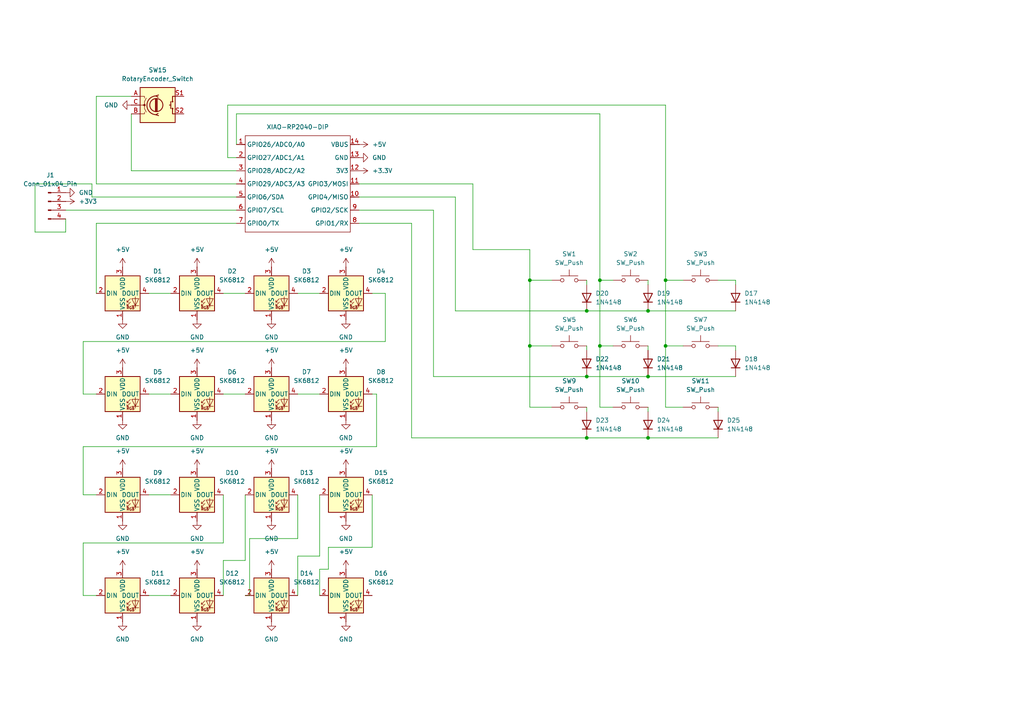
<source format=kicad_sch>
(kicad_sch
	(version 20250114)
	(generator "eeschema")
	(generator_version "9.0")
	(uuid "de21f1f7-092b-434b-a2a8-5ebe3409d1e8")
	(paper "A4")
	(lib_symbols
		(symbol "Connector:Conn_01x04_Pin"
			(pin_names
				(offset 1.016)
				(hide yes)
			)
			(exclude_from_sim no)
			(in_bom yes)
			(on_board yes)
			(property "Reference" "J"
				(at 0 5.08 0)
				(effects
					(font
						(size 1.27 1.27)
					)
				)
			)
			(property "Value" "Conn_01x04_Pin"
				(at 0 -7.62 0)
				(effects
					(font
						(size 1.27 1.27)
					)
				)
			)
			(property "Footprint" ""
				(at 0 0 0)
				(effects
					(font
						(size 1.27 1.27)
					)
					(hide yes)
				)
			)
			(property "Datasheet" "~"
				(at 0 0 0)
				(effects
					(font
						(size 1.27 1.27)
					)
					(hide yes)
				)
			)
			(property "Description" "Generic connector, single row, 01x04, script generated"
				(at 0 0 0)
				(effects
					(font
						(size 1.27 1.27)
					)
					(hide yes)
				)
			)
			(property "ki_locked" ""
				(at 0 0 0)
				(effects
					(font
						(size 1.27 1.27)
					)
				)
			)
			(property "ki_keywords" "connector"
				(at 0 0 0)
				(effects
					(font
						(size 1.27 1.27)
					)
					(hide yes)
				)
			)
			(property "ki_fp_filters" "Connector*:*_1x??_*"
				(at 0 0 0)
				(effects
					(font
						(size 1.27 1.27)
					)
					(hide yes)
				)
			)
			(symbol "Conn_01x04_Pin_1_1"
				(rectangle
					(start 0.8636 2.667)
					(end 0 2.413)
					(stroke
						(width 0.1524)
						(type default)
					)
					(fill
						(type outline)
					)
				)
				(rectangle
					(start 0.8636 0.127)
					(end 0 -0.127)
					(stroke
						(width 0.1524)
						(type default)
					)
					(fill
						(type outline)
					)
				)
				(rectangle
					(start 0.8636 -2.413)
					(end 0 -2.667)
					(stroke
						(width 0.1524)
						(type default)
					)
					(fill
						(type outline)
					)
				)
				(rectangle
					(start 0.8636 -4.953)
					(end 0 -5.207)
					(stroke
						(width 0.1524)
						(type default)
					)
					(fill
						(type outline)
					)
				)
				(polyline
					(pts
						(xy 1.27 2.54) (xy 0.8636 2.54)
					)
					(stroke
						(width 0.1524)
						(type default)
					)
					(fill
						(type none)
					)
				)
				(polyline
					(pts
						(xy 1.27 0) (xy 0.8636 0)
					)
					(stroke
						(width 0.1524)
						(type default)
					)
					(fill
						(type none)
					)
				)
				(polyline
					(pts
						(xy 1.27 -2.54) (xy 0.8636 -2.54)
					)
					(stroke
						(width 0.1524)
						(type default)
					)
					(fill
						(type none)
					)
				)
				(polyline
					(pts
						(xy 1.27 -5.08) (xy 0.8636 -5.08)
					)
					(stroke
						(width 0.1524)
						(type default)
					)
					(fill
						(type none)
					)
				)
				(pin passive line
					(at 5.08 2.54 180)
					(length 3.81)
					(name "Pin_1"
						(effects
							(font
								(size 1.27 1.27)
							)
						)
					)
					(number "1"
						(effects
							(font
								(size 1.27 1.27)
							)
						)
					)
				)
				(pin passive line
					(at 5.08 0 180)
					(length 3.81)
					(name "Pin_2"
						(effects
							(font
								(size 1.27 1.27)
							)
						)
					)
					(number "2"
						(effects
							(font
								(size 1.27 1.27)
							)
						)
					)
				)
				(pin passive line
					(at 5.08 -2.54 180)
					(length 3.81)
					(name "Pin_3"
						(effects
							(font
								(size 1.27 1.27)
							)
						)
					)
					(number "3"
						(effects
							(font
								(size 1.27 1.27)
							)
						)
					)
				)
				(pin passive line
					(at 5.08 -5.08 180)
					(length 3.81)
					(name "Pin_4"
						(effects
							(font
								(size 1.27 1.27)
							)
						)
					)
					(number "4"
						(effects
							(font
								(size 1.27 1.27)
							)
						)
					)
				)
			)
			(embedded_fonts no)
		)
		(symbol "Device:RotaryEncoder_Switch"
			(pin_names
				(offset 0.254)
				(hide yes)
			)
			(exclude_from_sim no)
			(in_bom yes)
			(on_board yes)
			(property "Reference" "SW"
				(at 0 6.604 0)
				(effects
					(font
						(size 1.27 1.27)
					)
				)
			)
			(property "Value" "RotaryEncoder_Switch"
				(at 0 -6.604 0)
				(effects
					(font
						(size 1.27 1.27)
					)
				)
			)
			(property "Footprint" ""
				(at -3.81 4.064 0)
				(effects
					(font
						(size 1.27 1.27)
					)
					(hide yes)
				)
			)
			(property "Datasheet" "~"
				(at 0 6.604 0)
				(effects
					(font
						(size 1.27 1.27)
					)
					(hide yes)
				)
			)
			(property "Description" "Rotary encoder, dual channel, incremental quadrate outputs, with switch"
				(at 0 0 0)
				(effects
					(font
						(size 1.27 1.27)
					)
					(hide yes)
				)
			)
			(property "ki_keywords" "rotary switch encoder switch push button"
				(at 0 0 0)
				(effects
					(font
						(size 1.27 1.27)
					)
					(hide yes)
				)
			)
			(property "ki_fp_filters" "RotaryEncoder*Switch*"
				(at 0 0 0)
				(effects
					(font
						(size 1.27 1.27)
					)
					(hide yes)
				)
			)
			(symbol "RotaryEncoder_Switch_0_1"
				(rectangle
					(start -5.08 5.08)
					(end 5.08 -5.08)
					(stroke
						(width 0.254)
						(type default)
					)
					(fill
						(type background)
					)
				)
				(polyline
					(pts
						(xy -5.08 2.54) (xy -3.81 2.54) (xy -3.81 2.032)
					)
					(stroke
						(width 0)
						(type default)
					)
					(fill
						(type none)
					)
				)
				(polyline
					(pts
						(xy -5.08 0) (xy -3.81 0) (xy -3.81 -1.016) (xy -3.302 -2.032)
					)
					(stroke
						(width 0)
						(type default)
					)
					(fill
						(type none)
					)
				)
				(polyline
					(pts
						(xy -5.08 -2.54) (xy -3.81 -2.54) (xy -3.81 -2.032)
					)
					(stroke
						(width 0)
						(type default)
					)
					(fill
						(type none)
					)
				)
				(polyline
					(pts
						(xy -4.318 0) (xy -3.81 0) (xy -3.81 1.016) (xy -3.302 2.032)
					)
					(stroke
						(width 0)
						(type default)
					)
					(fill
						(type none)
					)
				)
				(circle
					(center -3.81 0)
					(radius 0.254)
					(stroke
						(width 0)
						(type default)
					)
					(fill
						(type outline)
					)
				)
				(polyline
					(pts
						(xy -0.635 -1.778) (xy -0.635 1.778)
					)
					(stroke
						(width 0.254)
						(type default)
					)
					(fill
						(type none)
					)
				)
				(circle
					(center -0.381 0)
					(radius 1.905)
					(stroke
						(width 0.254)
						(type default)
					)
					(fill
						(type none)
					)
				)
				(polyline
					(pts
						(xy -0.381 -1.778) (xy -0.381 1.778)
					)
					(stroke
						(width 0.254)
						(type default)
					)
					(fill
						(type none)
					)
				)
				(arc
					(start -0.381 -2.794)
					(mid -3.0988 -0.0635)
					(end -0.381 2.667)
					(stroke
						(width 0.254)
						(type default)
					)
					(fill
						(type none)
					)
				)
				(polyline
					(pts
						(xy -0.127 1.778) (xy -0.127 -1.778)
					)
					(stroke
						(width 0.254)
						(type default)
					)
					(fill
						(type none)
					)
				)
				(polyline
					(pts
						(xy 0.254 2.921) (xy -0.508 2.667) (xy 0.127 2.286)
					)
					(stroke
						(width 0.254)
						(type default)
					)
					(fill
						(type none)
					)
				)
				(polyline
					(pts
						(xy 0.254 -3.048) (xy -0.508 -2.794) (xy 0.127 -2.413)
					)
					(stroke
						(width 0.254)
						(type default)
					)
					(fill
						(type none)
					)
				)
				(polyline
					(pts
						(xy 3.81 1.016) (xy 3.81 -1.016)
					)
					(stroke
						(width 0.254)
						(type default)
					)
					(fill
						(type none)
					)
				)
				(polyline
					(pts
						(xy 3.81 0) (xy 3.429 0)
					)
					(stroke
						(width 0.254)
						(type default)
					)
					(fill
						(type none)
					)
				)
				(circle
					(center 4.318 1.016)
					(radius 0.127)
					(stroke
						(width 0.254)
						(type default)
					)
					(fill
						(type none)
					)
				)
				(circle
					(center 4.318 -1.016)
					(radius 0.127)
					(stroke
						(width 0.254)
						(type default)
					)
					(fill
						(type none)
					)
				)
				(polyline
					(pts
						(xy 5.08 2.54) (xy 4.318 2.54) (xy 4.318 1.016)
					)
					(stroke
						(width 0.254)
						(type default)
					)
					(fill
						(type none)
					)
				)
				(polyline
					(pts
						(xy 5.08 -2.54) (xy 4.318 -2.54) (xy 4.318 -1.016)
					)
					(stroke
						(width 0.254)
						(type default)
					)
					(fill
						(type none)
					)
				)
			)
			(symbol "RotaryEncoder_Switch_1_1"
				(pin passive line
					(at -7.62 2.54 0)
					(length 2.54)
					(name "A"
						(effects
							(font
								(size 1.27 1.27)
							)
						)
					)
					(number "A"
						(effects
							(font
								(size 1.27 1.27)
							)
						)
					)
				)
				(pin passive line
					(at -7.62 0 0)
					(length 2.54)
					(name "C"
						(effects
							(font
								(size 1.27 1.27)
							)
						)
					)
					(number "C"
						(effects
							(font
								(size 1.27 1.27)
							)
						)
					)
				)
				(pin passive line
					(at -7.62 -2.54 0)
					(length 2.54)
					(name "B"
						(effects
							(font
								(size 1.27 1.27)
							)
						)
					)
					(number "B"
						(effects
							(font
								(size 1.27 1.27)
							)
						)
					)
				)
				(pin passive line
					(at 7.62 2.54 180)
					(length 2.54)
					(name "S1"
						(effects
							(font
								(size 1.27 1.27)
							)
						)
					)
					(number "S1"
						(effects
							(font
								(size 1.27 1.27)
							)
						)
					)
				)
				(pin passive line
					(at 7.62 -2.54 180)
					(length 2.54)
					(name "S2"
						(effects
							(font
								(size 1.27 1.27)
							)
						)
					)
					(number "S2"
						(effects
							(font
								(size 1.27 1.27)
							)
						)
					)
				)
			)
			(embedded_fonts no)
		)
		(symbol "Diode:1N4148"
			(pin_numbers
				(hide yes)
			)
			(pin_names
				(hide yes)
			)
			(exclude_from_sim no)
			(in_bom yes)
			(on_board yes)
			(property "Reference" "D"
				(at 0 2.54 0)
				(effects
					(font
						(size 1.27 1.27)
					)
				)
			)
			(property "Value" "1N4148"
				(at 0 -2.54 0)
				(effects
					(font
						(size 1.27 1.27)
					)
				)
			)
			(property "Footprint" "Diode_THT:D_DO-35_SOD27_P7.62mm_Horizontal"
				(at 0 0 0)
				(effects
					(font
						(size 1.27 1.27)
					)
					(hide yes)
				)
			)
			(property "Datasheet" "https://assets.nexperia.com/documents/data-sheet/1N4148_1N4448.pdf"
				(at 0 0 0)
				(effects
					(font
						(size 1.27 1.27)
					)
					(hide yes)
				)
			)
			(property "Description" "100V 0.15A standard switching diode, DO-35"
				(at 0 0 0)
				(effects
					(font
						(size 1.27 1.27)
					)
					(hide yes)
				)
			)
			(property "Sim.Device" "D"
				(at 0 0 0)
				(effects
					(font
						(size 1.27 1.27)
					)
					(hide yes)
				)
			)
			(property "Sim.Pins" "1=K 2=A"
				(at 0 0 0)
				(effects
					(font
						(size 1.27 1.27)
					)
					(hide yes)
				)
			)
			(property "ki_keywords" "diode"
				(at 0 0 0)
				(effects
					(font
						(size 1.27 1.27)
					)
					(hide yes)
				)
			)
			(property "ki_fp_filters" "D*DO?35*"
				(at 0 0 0)
				(effects
					(font
						(size 1.27 1.27)
					)
					(hide yes)
				)
			)
			(symbol "1N4148_0_1"
				(polyline
					(pts
						(xy -1.27 1.27) (xy -1.27 -1.27)
					)
					(stroke
						(width 0.254)
						(type default)
					)
					(fill
						(type none)
					)
				)
				(polyline
					(pts
						(xy 1.27 1.27) (xy 1.27 -1.27) (xy -1.27 0) (xy 1.27 1.27)
					)
					(stroke
						(width 0.254)
						(type default)
					)
					(fill
						(type none)
					)
				)
				(polyline
					(pts
						(xy 1.27 0) (xy -1.27 0)
					)
					(stroke
						(width 0)
						(type default)
					)
					(fill
						(type none)
					)
				)
			)
			(symbol "1N4148_1_1"
				(pin passive line
					(at -3.81 0 0)
					(length 2.54)
					(name "K"
						(effects
							(font
								(size 1.27 1.27)
							)
						)
					)
					(number "1"
						(effects
							(font
								(size 1.27 1.27)
							)
						)
					)
				)
				(pin passive line
					(at 3.81 0 180)
					(length 2.54)
					(name "A"
						(effects
							(font
								(size 1.27 1.27)
							)
						)
					)
					(number "2"
						(effects
							(font
								(size 1.27 1.27)
							)
						)
					)
				)
			)
			(embedded_fonts no)
		)
		(symbol "LED:SK6812"
			(pin_names
				(offset 0.254)
			)
			(exclude_from_sim no)
			(in_bom yes)
			(on_board yes)
			(property "Reference" "D"
				(at 5.08 5.715 0)
				(effects
					(font
						(size 1.27 1.27)
					)
					(justify right bottom)
				)
			)
			(property "Value" "SK6812"
				(at 1.27 -5.715 0)
				(effects
					(font
						(size 1.27 1.27)
					)
					(justify left top)
				)
			)
			(property "Footprint" "LED_SMD:LED_SK6812_PLCC4_5.0x5.0mm_P3.2mm"
				(at 1.27 -7.62 0)
				(effects
					(font
						(size 1.27 1.27)
					)
					(justify left top)
					(hide yes)
				)
			)
			(property "Datasheet" "https://cdn-shop.adafruit.com/product-files/1138/SK6812+LED+datasheet+.pdf"
				(at 2.54 -9.525 0)
				(effects
					(font
						(size 1.27 1.27)
					)
					(justify left top)
					(hide yes)
				)
			)
			(property "Description" "RGB LED with integrated controller"
				(at 0 0 0)
				(effects
					(font
						(size 1.27 1.27)
					)
					(hide yes)
				)
			)
			(property "ki_keywords" "RGB LED NeoPixel addressable"
				(at 0 0 0)
				(effects
					(font
						(size 1.27 1.27)
					)
					(hide yes)
				)
			)
			(property "ki_fp_filters" "LED*SK6812*PLCC*5.0x5.0mm*P3.2mm*"
				(at 0 0 0)
				(effects
					(font
						(size 1.27 1.27)
					)
					(hide yes)
				)
			)
			(symbol "SK6812_0_0"
				(text "RGB"
					(at 2.286 -4.191 0)
					(effects
						(font
							(size 0.762 0.762)
						)
					)
				)
			)
			(symbol "SK6812_0_1"
				(polyline
					(pts
						(xy 1.27 -2.54) (xy 1.778 -2.54)
					)
					(stroke
						(width 0)
						(type default)
					)
					(fill
						(type none)
					)
				)
				(polyline
					(pts
						(xy 1.27 -3.556) (xy 1.778 -3.556)
					)
					(stroke
						(width 0)
						(type default)
					)
					(fill
						(type none)
					)
				)
				(polyline
					(pts
						(xy 2.286 -1.524) (xy 1.27 -2.54) (xy 1.27 -2.032)
					)
					(stroke
						(width 0)
						(type default)
					)
					(fill
						(type none)
					)
				)
				(polyline
					(pts
						(xy 2.286 -2.54) (xy 1.27 -3.556) (xy 1.27 -3.048)
					)
					(stroke
						(width 0)
						(type default)
					)
					(fill
						(type none)
					)
				)
				(polyline
					(pts
						(xy 3.683 -1.016) (xy 3.683 -3.556) (xy 3.683 -4.064)
					)
					(stroke
						(width 0)
						(type default)
					)
					(fill
						(type none)
					)
				)
				(polyline
					(pts
						(xy 4.699 -1.524) (xy 2.667 -1.524) (xy 3.683 -3.556) (xy 4.699 -1.524)
					)
					(stroke
						(width 0)
						(type default)
					)
					(fill
						(type none)
					)
				)
				(polyline
					(pts
						(xy 4.699 -3.556) (xy 2.667 -3.556)
					)
					(stroke
						(width 0)
						(type default)
					)
					(fill
						(type none)
					)
				)
				(rectangle
					(start 5.08 5.08)
					(end -5.08 -5.08)
					(stroke
						(width 0.254)
						(type default)
					)
					(fill
						(type background)
					)
				)
			)
			(symbol "SK6812_1_1"
				(pin input line
					(at -7.62 0 0)
					(length 2.54)
					(name "DIN"
						(effects
							(font
								(size 1.27 1.27)
							)
						)
					)
					(number "2"
						(effects
							(font
								(size 1.27 1.27)
							)
						)
					)
				)
				(pin power_in line
					(at 0 7.62 270)
					(length 2.54)
					(name "VDD"
						(effects
							(font
								(size 1.27 1.27)
							)
						)
					)
					(number "3"
						(effects
							(font
								(size 1.27 1.27)
							)
						)
					)
				)
				(pin power_in line
					(at 0 -7.62 90)
					(length 2.54)
					(name "VSS"
						(effects
							(font
								(size 1.27 1.27)
							)
						)
					)
					(number "1"
						(effects
							(font
								(size 1.27 1.27)
							)
						)
					)
				)
				(pin output line
					(at 7.62 0 180)
					(length 2.54)
					(name "DOUT"
						(effects
							(font
								(size 1.27 1.27)
							)
						)
					)
					(number "4"
						(effects
							(font
								(size 1.27 1.27)
							)
						)
					)
				)
			)
			(embedded_fonts no)
		)
		(symbol "OPL:XIAO-RP2040-DIP"
			(exclude_from_sim no)
			(in_bom yes)
			(on_board yes)
			(property "Reference" "U"
				(at 0 0 0)
				(effects
					(font
						(size 1.27 1.27)
					)
				)
			)
			(property "Value" "XIAO-RP2040-DIP"
				(at 5.334 -1.778 0)
				(effects
					(font
						(size 1.27 1.27)
					)
				)
			)
			(property "Footprint" "Module:MOUDLE14P-XIAO-DIP-SMD"
				(at 14.478 -32.258 0)
				(effects
					(font
						(size 1.27 1.27)
					)
					(hide yes)
				)
			)
			(property "Datasheet" ""
				(at 0 0 0)
				(effects
					(font
						(size 1.27 1.27)
					)
					(hide yes)
				)
			)
			(property "Description" ""
				(at 0 0 0)
				(effects
					(font
						(size 1.27 1.27)
					)
					(hide yes)
				)
			)
			(symbol "XIAO-RP2040-DIP_1_0"
				(polyline
					(pts
						(xy -1.27 -2.54) (xy 29.21 -2.54)
					)
					(stroke
						(width 0.1524)
						(type solid)
					)
					(fill
						(type none)
					)
				)
				(polyline
					(pts
						(xy -1.27 -5.08) (xy -2.54 -5.08)
					)
					(stroke
						(width 0.1524)
						(type solid)
					)
					(fill
						(type none)
					)
				)
				(polyline
					(pts
						(xy -1.27 -5.08) (xy -1.27 -2.54)
					)
					(stroke
						(width 0.1524)
						(type solid)
					)
					(fill
						(type none)
					)
				)
				(polyline
					(pts
						(xy -1.27 -8.89) (xy -2.54 -8.89)
					)
					(stroke
						(width 0.1524)
						(type solid)
					)
					(fill
						(type none)
					)
				)
				(polyline
					(pts
						(xy -1.27 -8.89) (xy -1.27 -5.08)
					)
					(stroke
						(width 0.1524)
						(type solid)
					)
					(fill
						(type none)
					)
				)
				(polyline
					(pts
						(xy -1.27 -12.7) (xy -2.54 -12.7)
					)
					(stroke
						(width 0.1524)
						(type solid)
					)
					(fill
						(type none)
					)
				)
				(polyline
					(pts
						(xy -1.27 -12.7) (xy -1.27 -8.89)
					)
					(stroke
						(width 0.1524)
						(type solid)
					)
					(fill
						(type none)
					)
				)
				(polyline
					(pts
						(xy -1.27 -16.51) (xy -2.54 -16.51)
					)
					(stroke
						(width 0.1524)
						(type solid)
					)
					(fill
						(type none)
					)
				)
				(polyline
					(pts
						(xy -1.27 -16.51) (xy -1.27 -12.7)
					)
					(stroke
						(width 0.1524)
						(type solid)
					)
					(fill
						(type none)
					)
				)
				(polyline
					(pts
						(xy -1.27 -20.32) (xy -2.54 -20.32)
					)
					(stroke
						(width 0.1524)
						(type solid)
					)
					(fill
						(type none)
					)
				)
				(polyline
					(pts
						(xy -1.27 -24.13) (xy -2.54 -24.13)
					)
					(stroke
						(width 0.1524)
						(type solid)
					)
					(fill
						(type none)
					)
				)
				(polyline
					(pts
						(xy -1.27 -27.94) (xy -2.54 -27.94)
					)
					(stroke
						(width 0.1524)
						(type solid)
					)
					(fill
						(type none)
					)
				)
				(polyline
					(pts
						(xy -1.27 -30.48) (xy -1.27 -16.51)
					)
					(stroke
						(width 0.1524)
						(type solid)
					)
					(fill
						(type none)
					)
				)
				(polyline
					(pts
						(xy 29.21 -2.54) (xy 29.21 -5.08)
					)
					(stroke
						(width 0.1524)
						(type solid)
					)
					(fill
						(type none)
					)
				)
				(polyline
					(pts
						(xy 29.21 -5.08) (xy 29.21 -8.89)
					)
					(stroke
						(width 0.1524)
						(type solid)
					)
					(fill
						(type none)
					)
				)
				(polyline
					(pts
						(xy 29.21 -8.89) (xy 29.21 -12.7)
					)
					(stroke
						(width 0.1524)
						(type solid)
					)
					(fill
						(type none)
					)
				)
				(polyline
					(pts
						(xy 29.21 -12.7) (xy 29.21 -30.48)
					)
					(stroke
						(width 0.1524)
						(type solid)
					)
					(fill
						(type none)
					)
				)
				(polyline
					(pts
						(xy 29.21 -30.48) (xy -1.27 -30.48)
					)
					(stroke
						(width 0.1524)
						(type solid)
					)
					(fill
						(type none)
					)
				)
				(polyline
					(pts
						(xy 30.48 -5.08) (xy 29.21 -5.08)
					)
					(stroke
						(width 0.1524)
						(type solid)
					)
					(fill
						(type none)
					)
				)
				(polyline
					(pts
						(xy 30.48 -8.89) (xy 29.21 -8.89)
					)
					(stroke
						(width 0.1524)
						(type solid)
					)
					(fill
						(type none)
					)
				)
				(polyline
					(pts
						(xy 30.48 -12.7) (xy 29.21 -12.7)
					)
					(stroke
						(width 0.1524)
						(type solid)
					)
					(fill
						(type none)
					)
				)
				(polyline
					(pts
						(xy 30.48 -16.51) (xy 29.21 -16.51)
					)
					(stroke
						(width 0.1524)
						(type solid)
					)
					(fill
						(type none)
					)
				)
				(polyline
					(pts
						(xy 30.48 -20.32) (xy 29.21 -20.32)
					)
					(stroke
						(width 0.1524)
						(type solid)
					)
					(fill
						(type none)
					)
				)
				(polyline
					(pts
						(xy 30.48 -24.13) (xy 29.21 -24.13)
					)
					(stroke
						(width 0.1524)
						(type solid)
					)
					(fill
						(type none)
					)
				)
				(polyline
					(pts
						(xy 30.48 -27.94) (xy 29.21 -27.94)
					)
					(stroke
						(width 0.1524)
						(type solid)
					)
					(fill
						(type none)
					)
				)
				(pin passive line
					(at -3.81 -5.08 0)
					(length 2.54)
					(name "GPIO26/ADC0/A0"
						(effects
							(font
								(size 1.27 1.27)
							)
						)
					)
					(number "1"
						(effects
							(font
								(size 1.27 1.27)
							)
						)
					)
				)
				(pin passive line
					(at -3.81 -8.89 0)
					(length 2.54)
					(name "GPIO27/ADC1/A1"
						(effects
							(font
								(size 1.27 1.27)
							)
						)
					)
					(number "2"
						(effects
							(font
								(size 1.27 1.27)
							)
						)
					)
				)
				(pin passive line
					(at -3.81 -12.7 0)
					(length 2.54)
					(name "GPIO28/ADC2/A2"
						(effects
							(font
								(size 1.27 1.27)
							)
						)
					)
					(number "3"
						(effects
							(font
								(size 1.27 1.27)
							)
						)
					)
				)
				(pin passive line
					(at -3.81 -16.51 0)
					(length 2.54)
					(name "GPIO29/ADC3/A3"
						(effects
							(font
								(size 1.27 1.27)
							)
						)
					)
					(number "4"
						(effects
							(font
								(size 1.27 1.27)
							)
						)
					)
				)
				(pin passive line
					(at -3.81 -20.32 0)
					(length 2.54)
					(name "GPIO6/SDA"
						(effects
							(font
								(size 1.27 1.27)
							)
						)
					)
					(number "5"
						(effects
							(font
								(size 1.27 1.27)
							)
						)
					)
				)
				(pin passive line
					(at -3.81 -24.13 0)
					(length 2.54)
					(name "GPIO7/SCL"
						(effects
							(font
								(size 1.27 1.27)
							)
						)
					)
					(number "6"
						(effects
							(font
								(size 1.27 1.27)
							)
						)
					)
				)
				(pin passive line
					(at -3.81 -27.94 0)
					(length 2.54)
					(name "GPIO0/TX"
						(effects
							(font
								(size 1.27 1.27)
							)
						)
					)
					(number "7"
						(effects
							(font
								(size 1.27 1.27)
							)
						)
					)
				)
				(pin passive line
					(at 31.75 -5.08 180)
					(length 2.54)
					(name "VBUS"
						(effects
							(font
								(size 1.27 1.27)
							)
						)
					)
					(number "14"
						(effects
							(font
								(size 1.27 1.27)
							)
						)
					)
				)
				(pin passive line
					(at 31.75 -8.89 180)
					(length 2.54)
					(name "GND"
						(effects
							(font
								(size 1.27 1.27)
							)
						)
					)
					(number "13"
						(effects
							(font
								(size 1.27 1.27)
							)
						)
					)
				)
				(pin passive line
					(at 31.75 -12.7 180)
					(length 2.54)
					(name "3V3"
						(effects
							(font
								(size 1.27 1.27)
							)
						)
					)
					(number "12"
						(effects
							(font
								(size 1.27 1.27)
							)
						)
					)
				)
				(pin passive line
					(at 31.75 -16.51 180)
					(length 2.54)
					(name "GPIO3/MOSI"
						(effects
							(font
								(size 1.27 1.27)
							)
						)
					)
					(number "11"
						(effects
							(font
								(size 1.27 1.27)
							)
						)
					)
				)
				(pin passive line
					(at 31.75 -20.32 180)
					(length 2.54)
					(name "GPIO4/MISO"
						(effects
							(font
								(size 1.27 1.27)
							)
						)
					)
					(number "10"
						(effects
							(font
								(size 1.27 1.27)
							)
						)
					)
				)
				(pin passive line
					(at 31.75 -24.13 180)
					(length 2.54)
					(name "GPIO2/SCK"
						(effects
							(font
								(size 1.27 1.27)
							)
						)
					)
					(number "9"
						(effects
							(font
								(size 1.27 1.27)
							)
						)
					)
				)
				(pin passive line
					(at 31.75 -27.94 180)
					(length 2.54)
					(name "GPIO1/RX"
						(effects
							(font
								(size 1.27 1.27)
							)
						)
					)
					(number "8"
						(effects
							(font
								(size 1.27 1.27)
							)
						)
					)
				)
			)
			(embedded_fonts no)
		)
		(symbol "Switch:SW_Push"
			(pin_numbers
				(hide yes)
			)
			(pin_names
				(offset 1.016)
				(hide yes)
			)
			(exclude_from_sim no)
			(in_bom yes)
			(on_board yes)
			(property "Reference" "SW"
				(at 1.27 2.54 0)
				(effects
					(font
						(size 1.27 1.27)
					)
					(justify left)
				)
			)
			(property "Value" "SW_Push"
				(at 0 -1.524 0)
				(effects
					(font
						(size 1.27 1.27)
					)
				)
			)
			(property "Footprint" ""
				(at 0 5.08 0)
				(effects
					(font
						(size 1.27 1.27)
					)
					(hide yes)
				)
			)
			(property "Datasheet" "~"
				(at 0 5.08 0)
				(effects
					(font
						(size 1.27 1.27)
					)
					(hide yes)
				)
			)
			(property "Description" "Push button switch, generic, two pins"
				(at 0 0 0)
				(effects
					(font
						(size 1.27 1.27)
					)
					(hide yes)
				)
			)
			(property "ki_keywords" "switch normally-open pushbutton push-button"
				(at 0 0 0)
				(effects
					(font
						(size 1.27 1.27)
					)
					(hide yes)
				)
			)
			(symbol "SW_Push_0_1"
				(circle
					(center -2.032 0)
					(radius 0.508)
					(stroke
						(width 0)
						(type default)
					)
					(fill
						(type none)
					)
				)
				(polyline
					(pts
						(xy 0 1.27) (xy 0 3.048)
					)
					(stroke
						(width 0)
						(type default)
					)
					(fill
						(type none)
					)
				)
				(circle
					(center 2.032 0)
					(radius 0.508)
					(stroke
						(width 0)
						(type default)
					)
					(fill
						(type none)
					)
				)
				(polyline
					(pts
						(xy 2.54 1.27) (xy -2.54 1.27)
					)
					(stroke
						(width 0)
						(type default)
					)
					(fill
						(type none)
					)
				)
				(pin passive line
					(at -5.08 0 0)
					(length 2.54)
					(name "1"
						(effects
							(font
								(size 1.27 1.27)
							)
						)
					)
					(number "1"
						(effects
							(font
								(size 1.27 1.27)
							)
						)
					)
				)
				(pin passive line
					(at 5.08 0 180)
					(length 2.54)
					(name "2"
						(effects
							(font
								(size 1.27 1.27)
							)
						)
					)
					(number "2"
						(effects
							(font
								(size 1.27 1.27)
							)
						)
					)
				)
			)
			(embedded_fonts no)
		)
		(symbol "power:+3.3V"
			(power)
			(pin_numbers
				(hide yes)
			)
			(pin_names
				(offset 0)
				(hide yes)
			)
			(exclude_from_sim no)
			(in_bom yes)
			(on_board yes)
			(property "Reference" "#PWR"
				(at 0 -3.81 0)
				(effects
					(font
						(size 1.27 1.27)
					)
					(hide yes)
				)
			)
			(property "Value" "+3.3V"
				(at 0 3.556 0)
				(effects
					(font
						(size 1.27 1.27)
					)
				)
			)
			(property "Footprint" ""
				(at 0 0 0)
				(effects
					(font
						(size 1.27 1.27)
					)
					(hide yes)
				)
			)
			(property "Datasheet" ""
				(at 0 0 0)
				(effects
					(font
						(size 1.27 1.27)
					)
					(hide yes)
				)
			)
			(property "Description" "Power symbol creates a global label with name \"+3.3V\""
				(at 0 0 0)
				(effects
					(font
						(size 1.27 1.27)
					)
					(hide yes)
				)
			)
			(property "ki_keywords" "global power"
				(at 0 0 0)
				(effects
					(font
						(size 1.27 1.27)
					)
					(hide yes)
				)
			)
			(symbol "+3.3V_0_1"
				(polyline
					(pts
						(xy -0.762 1.27) (xy 0 2.54)
					)
					(stroke
						(width 0)
						(type default)
					)
					(fill
						(type none)
					)
				)
				(polyline
					(pts
						(xy 0 2.54) (xy 0.762 1.27)
					)
					(stroke
						(width 0)
						(type default)
					)
					(fill
						(type none)
					)
				)
				(polyline
					(pts
						(xy 0 0) (xy 0 2.54)
					)
					(stroke
						(width 0)
						(type default)
					)
					(fill
						(type none)
					)
				)
			)
			(symbol "+3.3V_1_1"
				(pin power_in line
					(at 0 0 90)
					(length 0)
					(name "~"
						(effects
							(font
								(size 1.27 1.27)
							)
						)
					)
					(number "1"
						(effects
							(font
								(size 1.27 1.27)
							)
						)
					)
				)
			)
			(embedded_fonts no)
		)
		(symbol "power:+3V3"
			(power)
			(pin_numbers
				(hide yes)
			)
			(pin_names
				(offset 0)
				(hide yes)
			)
			(exclude_from_sim no)
			(in_bom yes)
			(on_board yes)
			(property "Reference" "#PWR"
				(at 0 -3.81 0)
				(effects
					(font
						(size 1.27 1.27)
					)
					(hide yes)
				)
			)
			(property "Value" "+3V3"
				(at 0 3.556 0)
				(effects
					(font
						(size 1.27 1.27)
					)
				)
			)
			(property "Footprint" ""
				(at 0 0 0)
				(effects
					(font
						(size 1.27 1.27)
					)
					(hide yes)
				)
			)
			(property "Datasheet" ""
				(at 0 0 0)
				(effects
					(font
						(size 1.27 1.27)
					)
					(hide yes)
				)
			)
			(property "Description" "Power symbol creates a global label with name \"+3V3\""
				(at 0 0 0)
				(effects
					(font
						(size 1.27 1.27)
					)
					(hide yes)
				)
			)
			(property "ki_keywords" "global power"
				(at 0 0 0)
				(effects
					(font
						(size 1.27 1.27)
					)
					(hide yes)
				)
			)
			(symbol "+3V3_0_1"
				(polyline
					(pts
						(xy -0.762 1.27) (xy 0 2.54)
					)
					(stroke
						(width 0)
						(type default)
					)
					(fill
						(type none)
					)
				)
				(polyline
					(pts
						(xy 0 2.54) (xy 0.762 1.27)
					)
					(stroke
						(width 0)
						(type default)
					)
					(fill
						(type none)
					)
				)
				(polyline
					(pts
						(xy 0 0) (xy 0 2.54)
					)
					(stroke
						(width 0)
						(type default)
					)
					(fill
						(type none)
					)
				)
			)
			(symbol "+3V3_1_1"
				(pin power_in line
					(at 0 0 90)
					(length 0)
					(name "~"
						(effects
							(font
								(size 1.27 1.27)
							)
						)
					)
					(number "1"
						(effects
							(font
								(size 1.27 1.27)
							)
						)
					)
				)
			)
			(embedded_fonts no)
		)
		(symbol "power:+5V"
			(power)
			(pin_numbers
				(hide yes)
			)
			(pin_names
				(offset 0)
				(hide yes)
			)
			(exclude_from_sim no)
			(in_bom yes)
			(on_board yes)
			(property "Reference" "#PWR"
				(at 0 -3.81 0)
				(effects
					(font
						(size 1.27 1.27)
					)
					(hide yes)
				)
			)
			(property "Value" "+5V"
				(at 0 3.556 0)
				(effects
					(font
						(size 1.27 1.27)
					)
				)
			)
			(property "Footprint" ""
				(at 0 0 0)
				(effects
					(font
						(size 1.27 1.27)
					)
					(hide yes)
				)
			)
			(property "Datasheet" ""
				(at 0 0 0)
				(effects
					(font
						(size 1.27 1.27)
					)
					(hide yes)
				)
			)
			(property "Description" "Power symbol creates a global label with name \"+5V\""
				(at 0 0 0)
				(effects
					(font
						(size 1.27 1.27)
					)
					(hide yes)
				)
			)
			(property "ki_keywords" "global power"
				(at 0 0 0)
				(effects
					(font
						(size 1.27 1.27)
					)
					(hide yes)
				)
			)
			(symbol "+5V_0_1"
				(polyline
					(pts
						(xy -0.762 1.27) (xy 0 2.54)
					)
					(stroke
						(width 0)
						(type default)
					)
					(fill
						(type none)
					)
				)
				(polyline
					(pts
						(xy 0 2.54) (xy 0.762 1.27)
					)
					(stroke
						(width 0)
						(type default)
					)
					(fill
						(type none)
					)
				)
				(polyline
					(pts
						(xy 0 0) (xy 0 2.54)
					)
					(stroke
						(width 0)
						(type default)
					)
					(fill
						(type none)
					)
				)
			)
			(symbol "+5V_1_1"
				(pin power_in line
					(at 0 0 90)
					(length 0)
					(name "~"
						(effects
							(font
								(size 1.27 1.27)
							)
						)
					)
					(number "1"
						(effects
							(font
								(size 1.27 1.27)
							)
						)
					)
				)
			)
			(embedded_fonts no)
		)
		(symbol "power:GND"
			(power)
			(pin_numbers
				(hide yes)
			)
			(pin_names
				(offset 0)
				(hide yes)
			)
			(exclude_from_sim no)
			(in_bom yes)
			(on_board yes)
			(property "Reference" "#PWR"
				(at 0 -6.35 0)
				(effects
					(font
						(size 1.27 1.27)
					)
					(hide yes)
				)
			)
			(property "Value" "GND"
				(at 0 -3.81 0)
				(effects
					(font
						(size 1.27 1.27)
					)
				)
			)
			(property "Footprint" ""
				(at 0 0 0)
				(effects
					(font
						(size 1.27 1.27)
					)
					(hide yes)
				)
			)
			(property "Datasheet" ""
				(at 0 0 0)
				(effects
					(font
						(size 1.27 1.27)
					)
					(hide yes)
				)
			)
			(property "Description" "Power symbol creates a global label with name \"GND\" , ground"
				(at 0 0 0)
				(effects
					(font
						(size 1.27 1.27)
					)
					(hide yes)
				)
			)
			(property "ki_keywords" "global power"
				(at 0 0 0)
				(effects
					(font
						(size 1.27 1.27)
					)
					(hide yes)
				)
			)
			(symbol "GND_0_1"
				(polyline
					(pts
						(xy 0 0) (xy 0 -1.27) (xy 1.27 -1.27) (xy 0 -2.54) (xy -1.27 -1.27) (xy 0 -1.27)
					)
					(stroke
						(width 0)
						(type default)
					)
					(fill
						(type none)
					)
				)
			)
			(symbol "GND_1_1"
				(pin power_in line
					(at 0 0 270)
					(length 0)
					(name "~"
						(effects
							(font
								(size 1.27 1.27)
							)
						)
					)
					(number "1"
						(effects
							(font
								(size 1.27 1.27)
							)
						)
					)
				)
			)
			(embedded_fonts no)
		)
	)
	(junction
		(at 187.96 109.22)
		(diameter 0)
		(color 0 0 0 0)
		(uuid "1140ffc0-961c-4802-a25d-4fbfd53c1794")
	)
	(junction
		(at 173.99 100.33)
		(diameter 0)
		(color 0 0 0 0)
		(uuid "1de48f8e-7cf0-4ddb-aecc-0d33dd30b9cd")
	)
	(junction
		(at 173.99 81.28)
		(diameter 0)
		(color 0 0 0 0)
		(uuid "2ea467a2-c784-4033-9363-74e733daafc7")
	)
	(junction
		(at 170.18 90.17)
		(diameter 0)
		(color 0 0 0 0)
		(uuid "54a4b7e1-def1-4499-b75a-dd15d765fbdc")
	)
	(junction
		(at 193.04 81.28)
		(diameter 0)
		(color 0 0 0 0)
		(uuid "55bd9b0e-8de8-4b23-8bac-5286e17b8f9e")
	)
	(junction
		(at 187.96 127)
		(diameter 0)
		(color 0 0 0 0)
		(uuid "8ff8e99d-0227-4c28-9ee6-46becea8c443")
	)
	(junction
		(at 170.18 109.22)
		(diameter 0)
		(color 0 0 0 0)
		(uuid "95591386-7250-4f57-8c52-e389f165c022")
	)
	(junction
		(at 153.67 81.28)
		(diameter 0)
		(color 0 0 0 0)
		(uuid "a7ff2092-ed4a-458b-8773-65e37e154f48")
	)
	(junction
		(at 170.18 127)
		(diameter 0)
		(color 0 0 0 0)
		(uuid "c7dacb91-b58c-499f-b305-26124f372ccf")
	)
	(junction
		(at 153.67 100.33)
		(diameter 0)
		(color 0 0 0 0)
		(uuid "cbc9c266-1cd2-4c7a-a52f-eadcefca8d01")
	)
	(junction
		(at 193.04 100.33)
		(diameter 0)
		(color 0 0 0 0)
		(uuid "d79d6343-158a-414d-b3d2-5e2d9ea71ec7")
	)
	(junction
		(at 187.96 90.17)
		(diameter 0)
		(color 0 0 0 0)
		(uuid "ffe6c58b-58b2-4af3-a35a-1ee311365d39")
	)
	(wire
		(pts
			(xy 193.04 118.11) (xy 198.12 118.11)
		)
		(stroke
			(width 0)
			(type default)
		)
		(uuid "04e537bc-232b-428f-bf2c-5e58bd1c9543")
	)
	(wire
		(pts
			(xy 86.36 156.21) (xy 72.39 156.21)
		)
		(stroke
			(width 0)
			(type default)
		)
		(uuid "06a32efa-8d33-4791-93c4-60c0fc7e5476")
	)
	(wire
		(pts
			(xy 173.99 100.33) (xy 173.99 118.11)
		)
		(stroke
			(width 0)
			(type default)
		)
		(uuid "091c05d3-4deb-4fdd-a302-30c82357d99e")
	)
	(wire
		(pts
			(xy 111.76 99.06) (xy 111.76 85.09)
		)
		(stroke
			(width 0)
			(type default)
		)
		(uuid "0c0918d2-11f0-4681-9ded-5f996996889f")
	)
	(wire
		(pts
			(xy 19.05 67.31) (xy 10.16 67.31)
		)
		(stroke
			(width 0)
			(type default)
		)
		(uuid "0c15890a-9c1d-41f7-8c44-d51beb72812f")
	)
	(wire
		(pts
			(xy 173.99 118.11) (xy 177.8 118.11)
		)
		(stroke
			(width 0)
			(type default)
		)
		(uuid "0f681843-35a3-49b0-bfff-de7ec39f05cd")
	)
	(wire
		(pts
			(xy 193.04 81.28) (xy 193.04 100.33)
		)
		(stroke
			(width 0)
			(type default)
		)
		(uuid "17743044-1a82-4429-943e-691fef9a0ded")
	)
	(wire
		(pts
			(xy 173.99 100.33) (xy 177.8 100.33)
		)
		(stroke
			(width 0)
			(type default)
		)
		(uuid "1b3ed688-363b-435f-a960-768f3a4ff8bd")
	)
	(wire
		(pts
			(xy 119.38 127) (xy 119.38 64.77)
		)
		(stroke
			(width 0)
			(type default)
		)
		(uuid "1f44a08f-cc08-4123-ac3d-79fe1015f279")
	)
	(wire
		(pts
			(xy 38.1 27.94) (xy 27.94 27.94)
		)
		(stroke
			(width 0)
			(type default)
		)
		(uuid "21bf4bd3-7e7c-4836-a0d8-6e912f636dd5")
	)
	(wire
		(pts
			(xy 24.13 172.72) (xy 27.94 172.72)
		)
		(stroke
			(width 0)
			(type default)
		)
		(uuid "2367d36b-f50b-43a2-a5c2-fee117c22e4e")
	)
	(wire
		(pts
			(xy 72.39 172.72) (xy 71.12 172.72)
		)
		(stroke
			(width 0)
			(type default)
		)
		(uuid "27bdc883-31b9-406e-bfc1-805d2f01c37d")
	)
	(wire
		(pts
			(xy 119.38 127) (xy 170.18 127)
		)
		(stroke
			(width 0)
			(type default)
		)
		(uuid "27e49734-27d9-4e79-9ae2-8da54ab2c080")
	)
	(wire
		(pts
			(xy 125.73 60.96) (xy 104.14 60.96)
		)
		(stroke
			(width 0)
			(type default)
		)
		(uuid "280e039f-18ab-4db4-a1b1-3c23007d2bb8")
	)
	(wire
		(pts
			(xy 43.18 114.3) (xy 49.53 114.3)
		)
		(stroke
			(width 0)
			(type default)
		)
		(uuid "297081b2-fddc-4028-93c1-197b5768ea9d")
	)
	(wire
		(pts
			(xy 64.77 114.3) (xy 71.12 114.3)
		)
		(stroke
			(width 0)
			(type default)
		)
		(uuid "2a7de43f-1b5f-424c-ab78-daa4c5a49f5f")
	)
	(wire
		(pts
			(xy 125.73 109.22) (xy 125.73 60.96)
		)
		(stroke
			(width 0)
			(type default)
		)
		(uuid "2b13990e-1548-41ee-93d2-bb7a70cf5e08")
	)
	(wire
		(pts
			(xy 27.94 53.34) (xy 68.58 53.34)
		)
		(stroke
			(width 0)
			(type default)
		)
		(uuid "2e4b10f7-90d2-4775-9974-ffa978f4cfb7")
	)
	(wire
		(pts
			(xy 193.04 100.33) (xy 193.04 118.11)
		)
		(stroke
			(width 0)
			(type default)
		)
		(uuid "34584932-caa3-4c55-a462-51cb333ec267")
	)
	(wire
		(pts
			(xy 173.99 81.28) (xy 173.99 100.33)
		)
		(stroke
			(width 0)
			(type default)
		)
		(uuid "34bcffc1-6972-4182-a1e2-58d3ead8813c")
	)
	(wire
		(pts
			(xy 213.36 90.17) (xy 187.96 90.17)
		)
		(stroke
			(width 0)
			(type default)
		)
		(uuid "3800fcef-483d-4433-a491-3f527c03a05e")
	)
	(wire
		(pts
			(xy 24.13 114.3) (xy 24.13 99.06)
		)
		(stroke
			(width 0)
			(type default)
		)
		(uuid "418d6431-1ee3-4675-80f5-b94c2f93b7c5")
	)
	(wire
		(pts
			(xy 38.1 49.53) (xy 68.58 49.53)
		)
		(stroke
			(width 0)
			(type default)
		)
		(uuid "42b48d01-4365-4a2b-b9d3-f8700c1484ef")
	)
	(wire
		(pts
			(xy 92.71 165.1) (xy 92.71 172.72)
		)
		(stroke
			(width 0)
			(type default)
		)
		(uuid "44477679-3ac4-49b2-bf66-ef9c9d331202")
	)
	(wire
		(pts
			(xy 170.18 100.33) (xy 170.18 101.6)
		)
		(stroke
			(width 0)
			(type default)
		)
		(uuid "47e6ef49-ce87-46cf-af72-7c3e83571740")
	)
	(wire
		(pts
			(xy 187.96 81.28) (xy 187.96 82.55)
		)
		(stroke
			(width 0)
			(type default)
		)
		(uuid "4a759f10-41b1-4582-bc02-7983fda7e40c")
	)
	(wire
		(pts
			(xy 107.95 143.51) (xy 107.95 158.75)
		)
		(stroke
			(width 0)
			(type default)
		)
		(uuid "4db55cc9-2b55-4a50-a50b-72384cde720d")
	)
	(wire
		(pts
			(xy 71.12 162.56) (xy 71.12 143.51)
		)
		(stroke
			(width 0)
			(type default)
		)
		(uuid "50247447-19ff-4891-a2a3-c92340089bac")
	)
	(wire
		(pts
			(xy 187.96 100.33) (xy 187.96 101.6)
		)
		(stroke
			(width 0)
			(type default)
		)
		(uuid "5167883e-dc71-4b51-a408-ed0cbeb2a3fb")
	)
	(wire
		(pts
			(xy 64.77 172.72) (xy 64.77 162.56)
		)
		(stroke
			(width 0)
			(type default)
		)
		(uuid "5180deb2-8047-4d17-940d-6267aac1c2a0")
	)
	(wire
		(pts
			(xy 187.96 90.17) (xy 170.18 90.17)
		)
		(stroke
			(width 0)
			(type default)
		)
		(uuid "52c4d0ba-5a0e-49a9-bcfb-23b3d349bd92")
	)
	(wire
		(pts
			(xy 153.67 72.39) (xy 137.16 72.39)
		)
		(stroke
			(width 0)
			(type default)
		)
		(uuid "53455d86-8805-47a0-b923-9cb9346aff45")
	)
	(wire
		(pts
			(xy 64.77 157.48) (xy 24.13 157.48)
		)
		(stroke
			(width 0)
			(type default)
		)
		(uuid "5d9c1f37-1f53-4945-9e77-cb13e0dfde02")
	)
	(wire
		(pts
			(xy 104.14 64.77) (xy 119.38 64.77)
		)
		(stroke
			(width 0)
			(type default)
		)
		(uuid "61cddc59-9e6c-4cf6-b2e3-acc1a53813bb")
	)
	(wire
		(pts
			(xy 64.77 162.56) (xy 71.12 162.56)
		)
		(stroke
			(width 0)
			(type default)
		)
		(uuid "63caf0b0-3948-4436-a593-fad19408f2eb")
	)
	(wire
		(pts
			(xy 43.18 85.09) (xy 49.53 85.09)
		)
		(stroke
			(width 0)
			(type default)
		)
		(uuid "6448020b-2954-4590-83e0-33d4323e71b9")
	)
	(wire
		(pts
			(xy 187.96 109.22) (xy 213.36 109.22)
		)
		(stroke
			(width 0)
			(type default)
		)
		(uuid "664c3950-006d-471a-9e4c-f8cf27361d8a")
	)
	(wire
		(pts
			(xy 66.04 45.72) (xy 68.58 45.72)
		)
		(stroke
			(width 0)
			(type default)
		)
		(uuid "6e48009e-44dd-4ef4-8890-7d29f3ef8c00")
	)
	(wire
		(pts
			(xy 19.05 63.5) (xy 19.05 67.31)
		)
		(stroke
			(width 0)
			(type default)
		)
		(uuid "6f7aa2b2-cc82-467e-8151-508b6931a10a")
	)
	(wire
		(pts
			(xy 170.18 118.11) (xy 170.18 119.38)
		)
		(stroke
			(width 0)
			(type default)
		)
		(uuid "6ff24e0d-2eb0-43d8-b7dc-05ff3395a6cf")
	)
	(wire
		(pts
			(xy 137.16 53.34) (xy 104.14 53.34)
		)
		(stroke
			(width 0)
			(type default)
		)
		(uuid "6ffecdef-4d06-41b0-9840-fa37bd1a8fb2")
	)
	(wire
		(pts
			(xy 86.36 114.3) (xy 92.71 114.3)
		)
		(stroke
			(width 0)
			(type default)
		)
		(uuid "70675382-730a-4f4e-9bf4-a06948540f3d")
	)
	(wire
		(pts
			(xy 27.94 143.51) (xy 24.13 143.51)
		)
		(stroke
			(width 0)
			(type default)
		)
		(uuid "723f2ca7-90d1-44ad-85af-c81f2c3f37db")
	)
	(wire
		(pts
			(xy 153.67 81.28) (xy 160.02 81.28)
		)
		(stroke
			(width 0)
			(type default)
		)
		(uuid "7398ddbf-6e01-4a1c-943e-fa9e233721ec")
	)
	(wire
		(pts
			(xy 193.04 81.28) (xy 198.12 81.28)
		)
		(stroke
			(width 0)
			(type default)
		)
		(uuid "76001afc-90ac-4a1a-b22e-9dfa50aec0bb")
	)
	(wire
		(pts
			(xy 95.25 165.1) (xy 92.71 165.1)
		)
		(stroke
			(width 0)
			(type default)
		)
		(uuid "7bd039ca-304f-4dd6-beeb-24928156a3c3")
	)
	(wire
		(pts
			(xy 173.99 81.28) (xy 177.8 81.28)
		)
		(stroke
			(width 0)
			(type default)
		)
		(uuid "7e2f07be-7b17-409c-98f3-db66dccdc733")
	)
	(wire
		(pts
			(xy 68.58 64.77) (xy 27.94 64.77)
		)
		(stroke
			(width 0)
			(type default)
		)
		(uuid "802e69dd-a953-466e-bdc5-c0b292793a2d")
	)
	(wire
		(pts
			(xy 66.04 30.48) (xy 66.04 45.72)
		)
		(stroke
			(width 0)
			(type default)
		)
		(uuid "83993ccf-4c9c-4597-b019-6976b481cf76")
	)
	(wire
		(pts
			(xy 132.08 57.15) (xy 104.14 57.15)
		)
		(stroke
			(width 0)
			(type default)
		)
		(uuid "84381e38-de93-4357-b5da-5d064c922889")
	)
	(wire
		(pts
			(xy 43.18 172.72) (xy 49.53 172.72)
		)
		(stroke
			(width 0)
			(type default)
		)
		(uuid "891cf084-7c40-4b53-af8a-499eae2deb48")
	)
	(wire
		(pts
			(xy 24.13 143.51) (xy 24.13 129.54)
		)
		(stroke
			(width 0)
			(type default)
		)
		(uuid "91adee9c-9d03-4ae4-865d-3aea78740060")
	)
	(wire
		(pts
			(xy 153.67 72.39) (xy 153.67 81.28)
		)
		(stroke
			(width 0)
			(type default)
		)
		(uuid "a019e107-7314-47dc-8f02-ed248f6d666b")
	)
	(wire
		(pts
			(xy 27.94 64.77) (xy 27.94 85.09)
		)
		(stroke
			(width 0)
			(type default)
		)
		(uuid "a2810ef7-7194-4dcd-8db9-7ee889a3a18e")
	)
	(wire
		(pts
			(xy 208.28 81.28) (xy 213.36 81.28)
		)
		(stroke
			(width 0)
			(type default)
		)
		(uuid "a3889e06-0b22-4fb6-83ee-9f2ca9ee321b")
	)
	(wire
		(pts
			(xy 64.77 85.09) (xy 71.12 85.09)
		)
		(stroke
			(width 0)
			(type default)
		)
		(uuid "a40c3f5d-a9ce-4816-90c4-25f89ddd6ed8")
	)
	(wire
		(pts
			(xy 86.36 161.29) (xy 92.71 161.29)
		)
		(stroke
			(width 0)
			(type default)
		)
		(uuid "a4c5331e-d46d-4103-9c67-f612c1541c7b")
	)
	(wire
		(pts
			(xy 193.04 100.33) (xy 198.12 100.33)
		)
		(stroke
			(width 0)
			(type default)
		)
		(uuid "a4e6d9c5-c7a8-416a-b04d-3e7afb3d718c")
	)
	(wire
		(pts
			(xy 193.04 30.48) (xy 66.04 30.48)
		)
		(stroke
			(width 0)
			(type default)
		)
		(uuid "a693eb4f-e024-477f-abf4-a9879f5c6c08")
	)
	(wire
		(pts
			(xy 24.13 99.06) (xy 111.76 99.06)
		)
		(stroke
			(width 0)
			(type default)
		)
		(uuid "a744992b-d07b-4dd5-98c9-779185ce7f81")
	)
	(wire
		(pts
			(xy 92.71 161.29) (xy 92.71 143.51)
		)
		(stroke
			(width 0)
			(type default)
		)
		(uuid "aae31331-2a59-443e-8110-6cf3b49b5565")
	)
	(wire
		(pts
			(xy 132.08 90.17) (xy 132.08 57.15)
		)
		(stroke
			(width 0)
			(type default)
		)
		(uuid "ac2c328b-f758-4c31-b2ec-d94a29c2816f")
	)
	(wire
		(pts
			(xy 193.04 30.48) (xy 193.04 81.28)
		)
		(stroke
			(width 0)
			(type default)
		)
		(uuid "acc533c8-5c81-4f61-a1f4-be4376553925")
	)
	(wire
		(pts
			(xy 64.77 143.51) (xy 64.77 157.48)
		)
		(stroke
			(width 0)
			(type default)
		)
		(uuid "ad0a0053-af0b-4794-8d71-ddaf542754e4")
	)
	(wire
		(pts
			(xy 10.16 67.31) (xy 10.16 53.34)
		)
		(stroke
			(width 0)
			(type default)
		)
		(uuid "aedc14f8-8581-4953-a645-a445988c2597")
	)
	(wire
		(pts
			(xy 153.67 100.33) (xy 160.02 100.33)
		)
		(stroke
			(width 0)
			(type default)
		)
		(uuid "afab7516-7724-495c-9925-cacb048c6699")
	)
	(wire
		(pts
			(xy 213.36 81.28) (xy 213.36 82.55)
		)
		(stroke
			(width 0)
			(type default)
		)
		(uuid "afcbced4-e637-4239-9f24-d04e66015d0a")
	)
	(wire
		(pts
			(xy 173.99 33.02) (xy 173.99 81.28)
		)
		(stroke
			(width 0)
			(type default)
		)
		(uuid "b0880890-d42d-4542-a03b-838cb1034e91")
	)
	(wire
		(pts
			(xy 24.13 129.54) (xy 109.22 129.54)
		)
		(stroke
			(width 0)
			(type default)
		)
		(uuid "b09e1c60-29e3-4e25-8db1-5e664b5a8794")
	)
	(wire
		(pts
			(xy 208.28 118.11) (xy 208.28 119.38)
		)
		(stroke
			(width 0)
			(type default)
		)
		(uuid "b119659a-9a8a-4b49-9899-d70f47e0c188")
	)
	(wire
		(pts
			(xy 170.18 109.22) (xy 187.96 109.22)
		)
		(stroke
			(width 0)
			(type default)
		)
		(uuid "b21747e5-7063-4f5f-8c67-8379a3f03e77")
	)
	(wire
		(pts
			(xy 107.95 158.75) (xy 95.25 158.75)
		)
		(stroke
			(width 0)
			(type default)
		)
		(uuid "b5787fdf-cd17-43c2-8ffd-a94423def4d8")
	)
	(wire
		(pts
			(xy 187.96 127) (xy 208.28 127)
		)
		(stroke
			(width 0)
			(type default)
		)
		(uuid "b8ef4e74-d9cb-47e1-9809-68df8c2daa39")
	)
	(wire
		(pts
			(xy 153.67 118.11) (xy 160.02 118.11)
		)
		(stroke
			(width 0)
			(type default)
		)
		(uuid "bb07aa01-f78f-40be-bdfa-4371d805e3b6")
	)
	(wire
		(pts
			(xy 43.18 143.51) (xy 49.53 143.51)
		)
		(stroke
			(width 0)
			(type default)
		)
		(uuid "bd10ff5c-1636-4486-ba16-986c1a2018ca")
	)
	(wire
		(pts
			(xy 27.94 114.3) (xy 24.13 114.3)
		)
		(stroke
			(width 0)
			(type default)
		)
		(uuid "bebf2e09-d74d-4c5c-8749-bacdd9853b72")
	)
	(wire
		(pts
			(xy 95.25 158.75) (xy 95.25 165.1)
		)
		(stroke
			(width 0)
			(type default)
		)
		(uuid "c1e8ba37-92d3-4741-9094-0183808194d4")
	)
	(wire
		(pts
			(xy 68.58 33.02) (xy 68.58 41.91)
		)
		(stroke
			(width 0)
			(type default)
		)
		(uuid "c2d79dd2-cb8f-4ec2-ac06-0717b84d9964")
	)
	(wire
		(pts
			(xy 26.67 57.15) (xy 68.58 57.15)
		)
		(stroke
			(width 0)
			(type default)
		)
		(uuid "c7de4f0f-7f57-4f26-a0bd-be22d8b30e51")
	)
	(wire
		(pts
			(xy 109.22 114.3) (xy 107.95 114.3)
		)
		(stroke
			(width 0)
			(type default)
		)
		(uuid "c93e75df-4321-4670-8191-9434819d4012")
	)
	(wire
		(pts
			(xy 86.36 143.51) (xy 86.36 156.21)
		)
		(stroke
			(width 0)
			(type default)
		)
		(uuid "caced581-8b5e-4349-9603-191eef9cdacc")
	)
	(wire
		(pts
			(xy 109.22 129.54) (xy 109.22 114.3)
		)
		(stroke
			(width 0)
			(type default)
		)
		(uuid "d2faa6cc-f7a4-4ac7-ba11-cdfe23277777")
	)
	(wire
		(pts
			(xy 86.36 172.72) (xy 86.36 161.29)
		)
		(stroke
			(width 0)
			(type default)
		)
		(uuid "d8fce22c-86a8-492f-9814-4b6458f0d432")
	)
	(wire
		(pts
			(xy 26.67 53.34) (xy 26.67 57.15)
		)
		(stroke
			(width 0)
			(type default)
		)
		(uuid "d90508b2-1674-4861-9dc2-fb1a1e07d683")
	)
	(wire
		(pts
			(xy 137.16 72.39) (xy 137.16 53.34)
		)
		(stroke
			(width 0)
			(type default)
		)
		(uuid "ddf1fece-ec4e-450c-b5f8-84de309461b8")
	)
	(wire
		(pts
			(xy 132.08 90.17) (xy 170.18 90.17)
		)
		(stroke
			(width 0)
			(type default)
		)
		(uuid "df3f37db-111b-42cf-900c-7be3f05bb4fb")
	)
	(wire
		(pts
			(xy 213.36 100.33) (xy 213.36 101.6)
		)
		(stroke
			(width 0)
			(type default)
		)
		(uuid "e07bca42-ec12-4473-883e-a7e14e2830eb")
	)
	(wire
		(pts
			(xy 19.05 60.96) (xy 68.58 60.96)
		)
		(stroke
			(width 0)
			(type default)
		)
		(uuid "e0aaa40c-ecc6-4dd3-9b93-a18f23fe02d2")
	)
	(wire
		(pts
			(xy 111.76 85.09) (xy 107.95 85.09)
		)
		(stroke
			(width 0)
			(type default)
		)
		(uuid "e47dd4f8-6e47-4e9b-86a5-ace3189b5994")
	)
	(wire
		(pts
			(xy 208.28 100.33) (xy 213.36 100.33)
		)
		(stroke
			(width 0)
			(type default)
		)
		(uuid "e62211cd-e1a8-4983-b20e-2bbfe7f53636")
	)
	(wire
		(pts
			(xy 27.94 27.94) (xy 27.94 53.34)
		)
		(stroke
			(width 0)
			(type default)
		)
		(uuid "e6463778-2edb-4359-9d47-1d3e939256f5")
	)
	(wire
		(pts
			(xy 72.39 156.21) (xy 72.39 172.72)
		)
		(stroke
			(width 0)
			(type default)
		)
		(uuid "e70baadd-9ef8-49b7-855a-ace559798aba")
	)
	(wire
		(pts
			(xy 24.13 172.72) (xy 24.13 157.48)
		)
		(stroke
			(width 0)
			(type default)
		)
		(uuid "e8b23ad7-70f0-406b-8479-1f13593006d8")
	)
	(wire
		(pts
			(xy 170.18 127) (xy 187.96 127)
		)
		(stroke
			(width 0)
			(type default)
		)
		(uuid "e95aed05-2693-4614-a4e6-506e10dc18e3")
	)
	(wire
		(pts
			(xy 153.67 100.33) (xy 153.67 118.11)
		)
		(stroke
			(width 0)
			(type default)
		)
		(uuid "eb02b100-673a-4855-8482-3330ea6fd159")
	)
	(wire
		(pts
			(xy 125.73 109.22) (xy 170.18 109.22)
		)
		(stroke
			(width 0)
			(type default)
		)
		(uuid "ed2bce49-1711-44f8-9d5a-637f612e458e")
	)
	(wire
		(pts
			(xy 10.16 53.34) (xy 26.67 53.34)
		)
		(stroke
			(width 0)
			(type default)
		)
		(uuid "eed3c9c5-6a88-411a-8507-f5324a40780c")
	)
	(wire
		(pts
			(xy 170.18 81.28) (xy 170.18 82.55)
		)
		(stroke
			(width 0)
			(type default)
		)
		(uuid "f3439921-4ce5-43b2-b5a0-9622854dfe1d")
	)
	(wire
		(pts
			(xy 173.99 33.02) (xy 68.58 33.02)
		)
		(stroke
			(width 0)
			(type default)
		)
		(uuid "f44a53fd-5569-4fa2-a2bb-139da9d73578")
	)
	(wire
		(pts
			(xy 153.67 81.28) (xy 153.67 100.33)
		)
		(stroke
			(width 0)
			(type default)
		)
		(uuid "f51711fc-0ae2-45f2-aa06-ab24edb52a42")
	)
	(wire
		(pts
			(xy 38.1 33.02) (xy 38.1 49.53)
		)
		(stroke
			(width 0)
			(type default)
		)
		(uuid "f88f91cf-95f6-4fb6-902a-e9e1ec6d5070")
	)
	(wire
		(pts
			(xy 86.36 85.09) (xy 92.71 85.09)
		)
		(stroke
			(width 0)
			(type default)
		)
		(uuid "fa6addb8-2d1f-4f7a-84dd-0515c15d85e5")
	)
	(wire
		(pts
			(xy 187.96 118.11) (xy 187.96 119.38)
		)
		(stroke
			(width 0)
			(type default)
		)
		(uuid "fb11d8b0-418c-443c-bd0a-74f28279e824")
	)
	(symbol
		(lib_id "power:GND")
		(at 38.1 30.48 270)
		(unit 1)
		(exclude_from_sim no)
		(in_bom yes)
		(on_board yes)
		(dnp no)
		(fields_autoplaced yes)
		(uuid "02152256-fb19-45e9-8ee7-06fb948f79e7")
		(property "Reference" "#PWR035"
			(at 31.75 30.48 0)
			(effects
				(font
					(size 1.27 1.27)
				)
				(hide yes)
			)
		)
		(property "Value" "GND"
			(at 34.29 30.4799 90)
			(effects
				(font
					(size 1.27 1.27)
				)
				(justify right)
			)
		)
		(property "Footprint" ""
			(at 38.1 30.48 0)
			(effects
				(font
					(size 1.27 1.27)
				)
				(hide yes)
			)
		)
		(property "Datasheet" ""
			(at 38.1 30.48 0)
			(effects
				(font
					(size 1.27 1.27)
				)
				(hide yes)
			)
		)
		(property "Description" "Power symbol creates a global label with name \"GND\" , ground"
			(at 38.1 30.48 0)
			(effects
				(font
					(size 1.27 1.27)
				)
				(hide yes)
			)
		)
		(pin "1"
			(uuid "9d910b41-f3a9-41ef-a0ad-770717ada235")
		)
		(instances
			(project ""
				(path "/de21f1f7-092b-434b-a2a8-5ebe3409d1e8"
					(reference "#PWR035")
					(unit 1)
				)
			)
		)
	)
	(symbol
		(lib_id "LED:SK6812")
		(at 100.33 114.3 0)
		(unit 1)
		(exclude_from_sim no)
		(in_bom yes)
		(on_board yes)
		(dnp no)
		(fields_autoplaced yes)
		(uuid "050fa2e7-7b87-4be5-989d-81c62ad84752")
		(property "Reference" "D8"
			(at 110.49 107.8798 0)
			(effects
				(font
					(size 1.27 1.27)
				)
			)
		)
		(property "Value" "SK6812"
			(at 110.49 110.4198 0)
			(effects
				(font
					(size 1.27 1.27)
				)
			)
		)
		(property "Footprint" "LED_SMD:LED_SK6812_PLCC4_5.0x5.0mm_P3.2mm"
			(at 101.6 121.92 0)
			(effects
				(font
					(size 1.27 1.27)
				)
				(justify left top)
				(hide yes)
			)
		)
		(property "Datasheet" "https://cdn-shop.adafruit.com/product-files/1138/SK6812+LED+datasheet+.pdf"
			(at 102.87 123.825 0)
			(effects
				(font
					(size 1.27 1.27)
				)
				(justify left top)
				(hide yes)
			)
		)
		(property "Description" "RGB LED with integrated controller"
			(at 100.33 114.3 0)
			(effects
				(font
					(size 1.27 1.27)
				)
				(hide yes)
			)
		)
		(pin "4"
			(uuid "16adc359-c52d-444b-83dc-ef2a627d6c91")
		)
		(pin "3"
			(uuid "e64d8d7c-501e-4a3a-8d30-21d21ff96b64")
		)
		(pin "1"
			(uuid "fe099fb3-56f9-4922-865f-1e6c2921377f")
		)
		(pin "2"
			(uuid "f9d88c1f-fef3-4c6c-ae6b-5f5a106bdc27")
		)
		(instances
			(project "hackpadPcb"
				(path "/de21f1f7-092b-434b-a2a8-5ebe3409d1e8"
					(reference "D8")
					(unit 1)
				)
			)
		)
	)
	(symbol
		(lib_id "LED:SK6812")
		(at 78.74 172.72 0)
		(unit 1)
		(exclude_from_sim no)
		(in_bom yes)
		(on_board yes)
		(dnp no)
		(fields_autoplaced yes)
		(uuid "072799ae-8e9e-421e-aee3-c3a2707dc535")
		(property "Reference" "D14"
			(at 88.9 166.2998 0)
			(effects
				(font
					(size 1.27 1.27)
				)
			)
		)
		(property "Value" "SK6812"
			(at 88.9 168.8398 0)
			(effects
				(font
					(size 1.27 1.27)
				)
			)
		)
		(property "Footprint" "LED_SMD:LED_SK6812_PLCC4_5.0x5.0mm_P3.2mm"
			(at 80.01 180.34 0)
			(effects
				(font
					(size 1.27 1.27)
				)
				(justify left top)
				(hide yes)
			)
		)
		(property "Datasheet" "https://cdn-shop.adafruit.com/product-files/1138/SK6812+LED+datasheet+.pdf"
			(at 81.28 182.245 0)
			(effects
				(font
					(size 1.27 1.27)
				)
				(justify left top)
				(hide yes)
			)
		)
		(property "Description" "RGB LED with integrated controller"
			(at 78.74 172.72 0)
			(effects
				(font
					(size 1.27 1.27)
				)
				(hide yes)
			)
		)
		(pin "4"
			(uuid "2c79a2b5-3097-4926-9b51-e8403cbba784")
		)
		(pin "3"
			(uuid "d8758fa2-6563-4d59-98a9-f531514e62f5")
		)
		(pin "1"
			(uuid "ff26f76b-6e06-440e-aee3-46019518d475")
		)
		(pin "2"
			(uuid "ae6ed602-df15-4866-aa62-0bb9426993a3")
		)
		(instances
			(project "hackpadPcb"
				(path "/de21f1f7-092b-434b-a2a8-5ebe3409d1e8"
					(reference "D14")
					(unit 1)
				)
			)
		)
	)
	(symbol
		(lib_id "power:GND")
		(at 35.56 92.71 0)
		(unit 1)
		(exclude_from_sim no)
		(in_bom yes)
		(on_board yes)
		(dnp no)
		(fields_autoplaced yes)
		(uuid "078685fa-eaa2-4166-9d17-dc070674d44c")
		(property "Reference" "#PWR02"
			(at 35.56 99.06 0)
			(effects
				(font
					(size 1.27 1.27)
				)
				(hide yes)
			)
		)
		(property "Value" "GND"
			(at 35.56 97.79 0)
			(effects
				(font
					(size 1.27 1.27)
				)
			)
		)
		(property "Footprint" ""
			(at 35.56 92.71 0)
			(effects
				(font
					(size 1.27 1.27)
				)
				(hide yes)
			)
		)
		(property "Datasheet" ""
			(at 35.56 92.71 0)
			(effects
				(font
					(size 1.27 1.27)
				)
				(hide yes)
			)
		)
		(property "Description" "Power symbol creates a global label with name \"GND\" , ground"
			(at 35.56 92.71 0)
			(effects
				(font
					(size 1.27 1.27)
				)
				(hide yes)
			)
		)
		(pin "1"
			(uuid "2e3b8c22-98d7-462b-b296-cd22e3f86303")
		)
		(instances
			(project ""
				(path "/de21f1f7-092b-434b-a2a8-5ebe3409d1e8"
					(reference "#PWR02")
					(unit 1)
				)
			)
		)
	)
	(symbol
		(lib_id "power:GND")
		(at 57.15 151.13 0)
		(unit 1)
		(exclude_from_sim no)
		(in_bom yes)
		(on_board yes)
		(dnp no)
		(fields_autoplaced yes)
		(uuid "0c241324-9026-4213-9b6b-5c891dfe63c6")
		(property "Reference" "#PWR021"
			(at 57.15 157.48 0)
			(effects
				(font
					(size 1.27 1.27)
				)
				(hide yes)
			)
		)
		(property "Value" "GND"
			(at 57.15 156.21 0)
			(effects
				(font
					(size 1.27 1.27)
				)
			)
		)
		(property "Footprint" ""
			(at 57.15 151.13 0)
			(effects
				(font
					(size 1.27 1.27)
				)
				(hide yes)
			)
		)
		(property "Datasheet" ""
			(at 57.15 151.13 0)
			(effects
				(font
					(size 1.27 1.27)
				)
				(hide yes)
			)
		)
		(property "Description" "Power symbol creates a global label with name \"GND\" , ground"
			(at 57.15 151.13 0)
			(effects
				(font
					(size 1.27 1.27)
				)
				(hide yes)
			)
		)
		(pin "1"
			(uuid "87842ee3-5847-4d2c-863c-344917cf8cf6")
		)
		(instances
			(project "hackpadPcb"
				(path "/de21f1f7-092b-434b-a2a8-5ebe3409d1e8"
					(reference "#PWR021")
					(unit 1)
				)
			)
		)
	)
	(symbol
		(lib_id "power:GND")
		(at 57.15 121.92 0)
		(unit 1)
		(exclude_from_sim no)
		(in_bom yes)
		(on_board yes)
		(dnp no)
		(fields_autoplaced yes)
		(uuid "0ccbb4af-48fa-40db-8f24-879516247e07")
		(property "Reference" "#PWR013"
			(at 57.15 128.27 0)
			(effects
				(font
					(size 1.27 1.27)
				)
				(hide yes)
			)
		)
		(property "Value" "GND"
			(at 57.15 127 0)
			(effects
				(font
					(size 1.27 1.27)
				)
			)
		)
		(property "Footprint" ""
			(at 57.15 121.92 0)
			(effects
				(font
					(size 1.27 1.27)
				)
				(hide yes)
			)
		)
		(property "Datasheet" ""
			(at 57.15 121.92 0)
			(effects
				(font
					(size 1.27 1.27)
				)
				(hide yes)
			)
		)
		(property "Description" "Power symbol creates a global label with name \"GND\" , ground"
			(at 57.15 121.92 0)
			(effects
				(font
					(size 1.27 1.27)
				)
				(hide yes)
			)
		)
		(pin "1"
			(uuid "8d88cd1f-a04b-4624-af58-bd392017c4ea")
		)
		(instances
			(project "hackpadPcb"
				(path "/de21f1f7-092b-434b-a2a8-5ebe3409d1e8"
					(reference "#PWR013")
					(unit 1)
				)
			)
		)
	)
	(symbol
		(lib_id "power:+5V")
		(at 78.74 77.47 0)
		(unit 1)
		(exclude_from_sim no)
		(in_bom yes)
		(on_board yes)
		(dnp no)
		(fields_autoplaced yes)
		(uuid "0cef5276-a586-474a-8f05-41ff1646c522")
		(property "Reference" "#PWR06"
			(at 78.74 81.28 0)
			(effects
				(font
					(size 1.27 1.27)
				)
				(hide yes)
			)
		)
		(property "Value" "+5V"
			(at 78.74 72.39 0)
			(effects
				(font
					(size 1.27 1.27)
				)
			)
		)
		(property "Footprint" ""
			(at 78.74 77.47 0)
			(effects
				(font
					(size 1.27 1.27)
				)
				(hide yes)
			)
		)
		(property "Datasheet" ""
			(at 78.74 77.47 0)
			(effects
				(font
					(size 1.27 1.27)
				)
				(hide yes)
			)
		)
		(property "Description" "Power symbol creates a global label with name \"+5V\""
			(at 78.74 77.47 0)
			(effects
				(font
					(size 1.27 1.27)
				)
				(hide yes)
			)
		)
		(pin "1"
			(uuid "a26c4631-042b-45bc-941f-a342db21b7c1")
		)
		(instances
			(project "hackpadPcb"
				(path "/de21f1f7-092b-434b-a2a8-5ebe3409d1e8"
					(reference "#PWR06")
					(unit 1)
				)
			)
		)
	)
	(symbol
		(lib_id "Diode:1N4148")
		(at 208.28 123.19 90)
		(unit 1)
		(exclude_from_sim no)
		(in_bom yes)
		(on_board yes)
		(dnp no)
		(fields_autoplaced yes)
		(uuid "0d2dd48f-e2b6-4bf3-948b-9d2b87347135")
		(property "Reference" "D25"
			(at 210.82 121.9199 90)
			(effects
				(font
					(size 1.27 1.27)
				)
				(justify right)
			)
		)
		(property "Value" "1N4148"
			(at 210.82 124.4599 90)
			(effects
				(font
					(size 1.27 1.27)
				)
				(justify right)
			)
		)
		(property "Footprint" "Diode_THT:D_DO-35_SOD27_P7.62mm_Horizontal"
			(at 208.28 123.19 0)
			(effects
				(font
					(size 1.27 1.27)
				)
				(hide yes)
			)
		)
		(property "Datasheet" "https://assets.nexperia.com/documents/data-sheet/1N4148_1N4448.pdf"
			(at 208.28 123.19 0)
			(effects
				(font
					(size 1.27 1.27)
				)
				(hide yes)
			)
		)
		(property "Description" "100V 0.15A standard switching diode, DO-35"
			(at 208.28 123.19 0)
			(effects
				(font
					(size 1.27 1.27)
				)
				(hide yes)
			)
		)
		(property "Sim.Device" "D"
			(at 208.28 123.19 0)
			(effects
				(font
					(size 1.27 1.27)
				)
				(hide yes)
			)
		)
		(property "Sim.Pins" "1=K 2=A"
			(at 208.28 123.19 0)
			(effects
				(font
					(size 1.27 1.27)
				)
				(hide yes)
			)
		)
		(pin "2"
			(uuid "8f7a94b4-716f-4e4c-976f-167ea35fe0f8")
		)
		(pin "1"
			(uuid "952fc9de-887d-4640-8b01-b4ab275c168c")
		)
		(instances
			(project "hackpadPcb"
				(path "/de21f1f7-092b-434b-a2a8-5ebe3409d1e8"
					(reference "D25")
					(unit 1)
				)
			)
		)
	)
	(symbol
		(lib_id "Switch:SW_Push")
		(at 182.88 100.33 0)
		(unit 1)
		(exclude_from_sim no)
		(in_bom yes)
		(on_board yes)
		(dnp no)
		(fields_autoplaced yes)
		(uuid "10b70a4b-7fac-461e-aea4-b0bbaf2cd524")
		(property "Reference" "SW6"
			(at 182.88 92.71 0)
			(effects
				(font
					(size 1.27 1.27)
				)
			)
		)
		(property "Value" "SW_Push"
			(at 182.88 95.25 0)
			(effects
				(font
					(size 1.27 1.27)
				)
			)
		)
		(property "Footprint" "Button_Switch_Keyboard:SW_Cherry_MX_1.00u_PCB"
			(at 182.88 95.25 0)
			(effects
				(font
					(size 1.27 1.27)
				)
				(hide yes)
			)
		)
		(property "Datasheet" "~"
			(at 182.88 95.25 0)
			(effects
				(font
					(size 1.27 1.27)
				)
				(hide yes)
			)
		)
		(property "Description" "Push button switch, generic, two pins"
			(at 182.88 100.33 0)
			(effects
				(font
					(size 1.27 1.27)
				)
				(hide yes)
			)
		)
		(pin "2"
			(uuid "8035f9ee-2907-4c67-8070-ac9ca9a9cd2b")
		)
		(pin "1"
			(uuid "fcf5c31e-287d-4601-bb6e-9449a6260082")
		)
		(instances
			(project "hackpadPcb"
				(path "/de21f1f7-092b-434b-a2a8-5ebe3409d1e8"
					(reference "SW6")
					(unit 1)
				)
			)
		)
	)
	(symbol
		(lib_id "power:GND")
		(at 100.33 92.71 0)
		(unit 1)
		(exclude_from_sim no)
		(in_bom yes)
		(on_board yes)
		(dnp no)
		(fields_autoplaced yes)
		(uuid "15e709cf-a494-42b2-8c27-90486ccb9589")
		(property "Reference" "#PWR09"
			(at 100.33 99.06 0)
			(effects
				(font
					(size 1.27 1.27)
				)
				(hide yes)
			)
		)
		(property "Value" "GND"
			(at 100.33 97.79 0)
			(effects
				(font
					(size 1.27 1.27)
				)
			)
		)
		(property "Footprint" ""
			(at 100.33 92.71 0)
			(effects
				(font
					(size 1.27 1.27)
				)
				(hide yes)
			)
		)
		(property "Datasheet" ""
			(at 100.33 92.71 0)
			(effects
				(font
					(size 1.27 1.27)
				)
				(hide yes)
			)
		)
		(property "Description" "Power symbol creates a global label with name \"GND\" , ground"
			(at 100.33 92.71 0)
			(effects
				(font
					(size 1.27 1.27)
				)
				(hide yes)
			)
		)
		(pin "1"
			(uuid "1975f564-e92e-43cd-9097-35a04500a1e9")
		)
		(instances
			(project "hackpadPcb"
				(path "/de21f1f7-092b-434b-a2a8-5ebe3409d1e8"
					(reference "#PWR09")
					(unit 1)
				)
			)
		)
	)
	(symbol
		(lib_id "Switch:SW_Push")
		(at 182.88 81.28 0)
		(unit 1)
		(exclude_from_sim no)
		(in_bom yes)
		(on_board yes)
		(dnp no)
		(fields_autoplaced yes)
		(uuid "1e07f6cb-bba2-4d86-8c7a-7be3d8704bd7")
		(property "Reference" "SW2"
			(at 182.88 73.66 0)
			(effects
				(font
					(size 1.27 1.27)
				)
			)
		)
		(property "Value" "SW_Push"
			(at 182.88 76.2 0)
			(effects
				(font
					(size 1.27 1.27)
				)
			)
		)
		(property "Footprint" "Button_Switch_Keyboard:SW_Cherry_MX_1.00u_PCB"
			(at 182.88 76.2 0)
			(effects
				(font
					(size 1.27 1.27)
				)
				(hide yes)
			)
		)
		(property "Datasheet" "~"
			(at 182.88 76.2 0)
			(effects
				(font
					(size 1.27 1.27)
				)
				(hide yes)
			)
		)
		(property "Description" "Push button switch, generic, two pins"
			(at 182.88 81.28 0)
			(effects
				(font
					(size 1.27 1.27)
				)
				(hide yes)
			)
		)
		(pin "1"
			(uuid "bfa7e4e1-1839-430b-b7b5-e41c08704fcc")
		)
		(pin "2"
			(uuid "6a9e31f8-ecb1-4120-adfc-2b32f6c4750a")
		)
		(instances
			(project ""
				(path "/de21f1f7-092b-434b-a2a8-5ebe3409d1e8"
					(reference "SW2")
					(unit 1)
				)
			)
		)
	)
	(symbol
		(lib_id "LED:SK6812")
		(at 35.56 172.72 0)
		(unit 1)
		(exclude_from_sim no)
		(in_bom yes)
		(on_board yes)
		(dnp no)
		(fields_autoplaced yes)
		(uuid "2374ede2-f7f0-4bb2-8406-da267506ccfe")
		(property "Reference" "D11"
			(at 45.72 166.2998 0)
			(effects
				(font
					(size 1.27 1.27)
				)
			)
		)
		(property "Value" "SK6812"
			(at 45.72 168.8398 0)
			(effects
				(font
					(size 1.27 1.27)
				)
			)
		)
		(property "Footprint" "LED_SMD:LED_SK6812_PLCC4_5.0x5.0mm_P3.2mm"
			(at 36.83 180.34 0)
			(effects
				(font
					(size 1.27 1.27)
				)
				(justify left top)
				(hide yes)
			)
		)
		(property "Datasheet" "https://cdn-shop.adafruit.com/product-files/1138/SK6812+LED+datasheet+.pdf"
			(at 38.1 182.245 0)
			(effects
				(font
					(size 1.27 1.27)
				)
				(justify left top)
				(hide yes)
			)
		)
		(property "Description" "RGB LED with integrated controller"
			(at 35.56 172.72 0)
			(effects
				(font
					(size 1.27 1.27)
				)
				(hide yes)
			)
		)
		(pin "4"
			(uuid "eb7eecad-31cb-4e60-ac8f-7f5206c58507")
		)
		(pin "3"
			(uuid "52a61cdb-c285-4865-a23c-87eba75b774a")
		)
		(pin "1"
			(uuid "9ec8cdfa-d686-49a5-bdbf-802719e6621c")
		)
		(pin "2"
			(uuid "10d23ef2-c290-464a-91ff-8d457cf3dbcb")
		)
		(instances
			(project "hackpadPcb"
				(path "/de21f1f7-092b-434b-a2a8-5ebe3409d1e8"
					(reference "D11")
					(unit 1)
				)
			)
		)
	)
	(symbol
		(lib_id "Switch:SW_Push")
		(at 203.2 100.33 0)
		(unit 1)
		(exclude_from_sim no)
		(in_bom yes)
		(on_board yes)
		(dnp no)
		(fields_autoplaced yes)
		(uuid "24b204a8-37ae-4fed-af13-8172b4c36446")
		(property "Reference" "SW7"
			(at 203.2 92.71 0)
			(effects
				(font
					(size 1.27 1.27)
				)
			)
		)
		(property "Value" "SW_Push"
			(at 203.2 95.25 0)
			(effects
				(font
					(size 1.27 1.27)
				)
			)
		)
		(property "Footprint" "Button_Switch_Keyboard:SW_Cherry_MX_1.00u_PCB"
			(at 203.2 95.25 0)
			(effects
				(font
					(size 1.27 1.27)
				)
				(hide yes)
			)
		)
		(property "Datasheet" "~"
			(at 203.2 95.25 0)
			(effects
				(font
					(size 1.27 1.27)
				)
				(hide yes)
			)
		)
		(property "Description" "Push button switch, generic, two pins"
			(at 203.2 100.33 0)
			(effects
				(font
					(size 1.27 1.27)
				)
				(hide yes)
			)
		)
		(pin "2"
			(uuid "865530fb-da3f-43b1-a282-3233366fae4b")
		)
		(pin "1"
			(uuid "b8168eb4-b97e-4308-a18d-2ee17c37a5b4")
		)
		(instances
			(project "hackpadPcb"
				(path "/de21f1f7-092b-434b-a2a8-5ebe3409d1e8"
					(reference "SW7")
					(unit 1)
				)
			)
		)
	)
	(symbol
		(lib_id "Diode:1N4148")
		(at 187.96 86.36 90)
		(unit 1)
		(exclude_from_sim no)
		(in_bom yes)
		(on_board yes)
		(dnp no)
		(fields_autoplaced yes)
		(uuid "25814703-8324-4f8f-8209-f5b35ee8f892")
		(property "Reference" "D19"
			(at 190.5 85.0899 90)
			(effects
				(font
					(size 1.27 1.27)
				)
				(justify right)
			)
		)
		(property "Value" "1N4148"
			(at 190.5 87.6299 90)
			(effects
				(font
					(size 1.27 1.27)
				)
				(justify right)
			)
		)
		(property "Footprint" "Diode_THT:D_DO-35_SOD27_P7.62mm_Horizontal"
			(at 187.96 86.36 0)
			(effects
				(font
					(size 1.27 1.27)
				)
				(hide yes)
			)
		)
		(property "Datasheet" "https://assets.nexperia.com/documents/data-sheet/1N4148_1N4448.pdf"
			(at 187.96 86.36 0)
			(effects
				(font
					(size 1.27 1.27)
				)
				(hide yes)
			)
		)
		(property "Description" "100V 0.15A standard switching diode, DO-35"
			(at 187.96 86.36 0)
			(effects
				(font
					(size 1.27 1.27)
				)
				(hide yes)
			)
		)
		(property "Sim.Device" "D"
			(at 187.96 86.36 0)
			(effects
				(font
					(size 1.27 1.27)
				)
				(hide yes)
			)
		)
		(property "Sim.Pins" "1=K 2=A"
			(at 187.96 86.36 0)
			(effects
				(font
					(size 1.27 1.27)
				)
				(hide yes)
			)
		)
		(pin "2"
			(uuid "e04717ef-aecb-4983-b073-9d5cab15aad1")
		)
		(pin "1"
			(uuid "86ee9fe2-7d40-4f5e-bb40-89ed0168d152")
		)
		(instances
			(project "hackpadPcb"
				(path "/de21f1f7-092b-434b-a2a8-5ebe3409d1e8"
					(reference "D19")
					(unit 1)
				)
			)
		)
	)
	(symbol
		(lib_id "power:+5V")
		(at 35.56 165.1 0)
		(unit 1)
		(exclude_from_sim no)
		(in_bom yes)
		(on_board yes)
		(dnp no)
		(fields_autoplaced yes)
		(uuid "25845824-2ae1-497d-9cd5-ea7886def5a2")
		(property "Reference" "#PWR022"
			(at 35.56 168.91 0)
			(effects
				(font
					(size 1.27 1.27)
				)
				(hide yes)
			)
		)
		(property "Value" "+5V"
			(at 35.56 160.02 0)
			(effects
				(font
					(size 1.27 1.27)
				)
			)
		)
		(property "Footprint" ""
			(at 35.56 165.1 0)
			(effects
				(font
					(size 1.27 1.27)
				)
				(hide yes)
			)
		)
		(property "Datasheet" ""
			(at 35.56 165.1 0)
			(effects
				(font
					(size 1.27 1.27)
				)
				(hide yes)
			)
		)
		(property "Description" "Power symbol creates a global label with name \"+5V\""
			(at 35.56 165.1 0)
			(effects
				(font
					(size 1.27 1.27)
				)
				(hide yes)
			)
		)
		(pin "1"
			(uuid "17b06497-d4dd-466c-a42c-03a8286e7164")
		)
		(instances
			(project "hackpadPcb"
				(path "/de21f1f7-092b-434b-a2a8-5ebe3409d1e8"
					(reference "#PWR022")
					(unit 1)
				)
			)
		)
	)
	(symbol
		(lib_id "Diode:1N4148")
		(at 213.36 86.36 90)
		(unit 1)
		(exclude_from_sim no)
		(in_bom yes)
		(on_board yes)
		(dnp no)
		(fields_autoplaced yes)
		(uuid "27a7c1e2-3581-4ead-8e65-2625328473d8")
		(property "Reference" "D17"
			(at 215.9 85.0899 90)
			(effects
				(font
					(size 1.27 1.27)
				)
				(justify right)
			)
		)
		(property "Value" "1N4148"
			(at 215.9 87.6299 90)
			(effects
				(font
					(size 1.27 1.27)
				)
				(justify right)
			)
		)
		(property "Footprint" "Diode_THT:D_DO-35_SOD27_P7.62mm_Horizontal"
			(at 213.36 86.36 0)
			(effects
				(font
					(size 1.27 1.27)
				)
				(hide yes)
			)
		)
		(property "Datasheet" "https://assets.nexperia.com/documents/data-sheet/1N4148_1N4448.pdf"
			(at 213.36 86.36 0)
			(effects
				(font
					(size 1.27 1.27)
				)
				(hide yes)
			)
		)
		(property "Description" "100V 0.15A standard switching diode, DO-35"
			(at 213.36 86.36 0)
			(effects
				(font
					(size 1.27 1.27)
				)
				(hide yes)
			)
		)
		(property "Sim.Device" "D"
			(at 213.36 86.36 0)
			(effects
				(font
					(size 1.27 1.27)
				)
				(hide yes)
			)
		)
		(property "Sim.Pins" "1=K 2=A"
			(at 213.36 86.36 0)
			(effects
				(font
					(size 1.27 1.27)
				)
				(hide yes)
			)
		)
		(pin "2"
			(uuid "4fdca6ae-7a0c-4d0c-9efb-aca0f162037e")
		)
		(pin "1"
			(uuid "756dd515-00ba-499f-9983-cc170bd71666")
		)
		(instances
			(project ""
				(path "/de21f1f7-092b-434b-a2a8-5ebe3409d1e8"
					(reference "D17")
					(unit 1)
				)
			)
		)
	)
	(symbol
		(lib_id "power:GND")
		(at 57.15 92.71 0)
		(unit 1)
		(exclude_from_sim no)
		(in_bom yes)
		(on_board yes)
		(dnp no)
		(fields_autoplaced yes)
		(uuid "287212aa-5f1d-4c7b-9a2e-bdcf4d7f7741")
		(property "Reference" "#PWR05"
			(at 57.15 99.06 0)
			(effects
				(font
					(size 1.27 1.27)
				)
				(hide yes)
			)
		)
		(property "Value" "GND"
			(at 57.15 97.79 0)
			(effects
				(font
					(size 1.27 1.27)
				)
			)
		)
		(property "Footprint" ""
			(at 57.15 92.71 0)
			(effects
				(font
					(size 1.27 1.27)
				)
				(hide yes)
			)
		)
		(property "Datasheet" ""
			(at 57.15 92.71 0)
			(effects
				(font
					(size 1.27 1.27)
				)
				(hide yes)
			)
		)
		(property "Description" "Power symbol creates a global label with name \"GND\" , ground"
			(at 57.15 92.71 0)
			(effects
				(font
					(size 1.27 1.27)
				)
				(hide yes)
			)
		)
		(pin "1"
			(uuid "8563564d-93a6-4233-af55-e8202ba38e44")
		)
		(instances
			(project "hackpadPcb"
				(path "/de21f1f7-092b-434b-a2a8-5ebe3409d1e8"
					(reference "#PWR05")
					(unit 1)
				)
			)
		)
	)
	(symbol
		(lib_id "power:GND")
		(at 104.14 45.72 90)
		(unit 1)
		(exclude_from_sim no)
		(in_bom yes)
		(on_board yes)
		(dnp no)
		(fields_autoplaced yes)
		(uuid "2a1dfa2d-6c33-4206-b8be-b53fe734446a")
		(property "Reference" "#PWR01"
			(at 110.49 45.72 0)
			(effects
				(font
					(size 1.27 1.27)
				)
				(hide yes)
			)
		)
		(property "Value" "GND"
			(at 107.95 45.7199 90)
			(effects
				(font
					(size 1.27 1.27)
				)
				(justify right)
			)
		)
		(property "Footprint" ""
			(at 104.14 45.72 0)
			(effects
				(font
					(size 1.27 1.27)
				)
				(hide yes)
			)
		)
		(property "Datasheet" ""
			(at 104.14 45.72 0)
			(effects
				(font
					(size 1.27 1.27)
				)
				(hide yes)
			)
		)
		(property "Description" "Power symbol creates a global label with name \"GND\" , ground"
			(at 104.14 45.72 0)
			(effects
				(font
					(size 1.27 1.27)
				)
				(hide yes)
			)
		)
		(pin "1"
			(uuid "114d385a-1b94-41f3-b5c8-439ae06c6005")
		)
		(instances
			(project ""
				(path "/de21f1f7-092b-434b-a2a8-5ebe3409d1e8"
					(reference "#PWR01")
					(unit 1)
				)
			)
		)
	)
	(symbol
		(lib_id "power:+5V")
		(at 78.74 135.89 0)
		(unit 1)
		(exclude_from_sim no)
		(in_bom yes)
		(on_board yes)
		(dnp no)
		(fields_autoplaced yes)
		(uuid "2c9ac1b4-85f8-4b25-bb14-bd618bf53180")
		(property "Reference" "#PWR026"
			(at 78.74 139.7 0)
			(effects
				(font
					(size 1.27 1.27)
				)
				(hide yes)
			)
		)
		(property "Value" "+5V"
			(at 78.74 130.81 0)
			(effects
				(font
					(size 1.27 1.27)
				)
			)
		)
		(property "Footprint" ""
			(at 78.74 135.89 0)
			(effects
				(font
					(size 1.27 1.27)
				)
				(hide yes)
			)
		)
		(property "Datasheet" ""
			(at 78.74 135.89 0)
			(effects
				(font
					(size 1.27 1.27)
				)
				(hide yes)
			)
		)
		(property "Description" "Power symbol creates a global label with name \"+5V\""
			(at 78.74 135.89 0)
			(effects
				(font
					(size 1.27 1.27)
				)
				(hide yes)
			)
		)
		(pin "1"
			(uuid "fcf32939-a974-49aa-be6c-ee5194e45bb9")
		)
		(instances
			(project "hackpadPcb"
				(path "/de21f1f7-092b-434b-a2a8-5ebe3409d1e8"
					(reference "#PWR026")
					(unit 1)
				)
			)
		)
	)
	(symbol
		(lib_id "LED:SK6812")
		(at 100.33 172.72 0)
		(unit 1)
		(exclude_from_sim no)
		(in_bom yes)
		(on_board yes)
		(dnp no)
		(fields_autoplaced yes)
		(uuid "2f610a3f-df54-4d3e-ad4d-66d9062df266")
		(property "Reference" "D16"
			(at 110.49 166.2998 0)
			(effects
				(font
					(size 1.27 1.27)
				)
			)
		)
		(property "Value" "SK6812"
			(at 110.49 168.8398 0)
			(effects
				(font
					(size 1.27 1.27)
				)
			)
		)
		(property "Footprint" "LED_SMD:LED_SK6812_PLCC4_5.0x5.0mm_P3.2mm"
			(at 101.6 180.34 0)
			(effects
				(font
					(size 1.27 1.27)
				)
				(justify left top)
				(hide yes)
			)
		)
		(property "Datasheet" "https://cdn-shop.adafruit.com/product-files/1138/SK6812+LED+datasheet+.pdf"
			(at 102.87 182.245 0)
			(effects
				(font
					(size 1.27 1.27)
				)
				(justify left top)
				(hide yes)
			)
		)
		(property "Description" "RGB LED with integrated controller"
			(at 100.33 172.72 0)
			(effects
				(font
					(size 1.27 1.27)
				)
				(hide yes)
			)
		)
		(pin "4"
			(uuid "7d1140c6-77f1-468c-9894-a0bac8c7e060")
		)
		(pin "3"
			(uuid "71ce7728-4ad8-4e2c-8add-8fe2f6e901bd")
		)
		(pin "1"
			(uuid "77194092-a45d-433e-85f9-ccec975d2415")
		)
		(pin "2"
			(uuid "1e8b5b15-59f4-4b4f-a8b3-271bf4d6dc0e")
		)
		(instances
			(project "hackpadPcb"
				(path "/de21f1f7-092b-434b-a2a8-5ebe3409d1e8"
					(reference "D16")
					(unit 1)
				)
			)
		)
	)
	(symbol
		(lib_id "LED:SK6812")
		(at 57.15 114.3 0)
		(unit 1)
		(exclude_from_sim no)
		(in_bom yes)
		(on_board yes)
		(dnp no)
		(fields_autoplaced yes)
		(uuid "34b43266-dccd-46bc-a4a4-530e88959cf6")
		(property "Reference" "D6"
			(at 67.31 107.8798 0)
			(effects
				(font
					(size 1.27 1.27)
				)
			)
		)
		(property "Value" "SK6812"
			(at 67.31 110.4198 0)
			(effects
				(font
					(size 1.27 1.27)
				)
			)
		)
		(property "Footprint" "LED_SMD:LED_SK6812_PLCC4_5.0x5.0mm_P3.2mm"
			(at 58.42 121.92 0)
			(effects
				(font
					(size 1.27 1.27)
				)
				(justify left top)
				(hide yes)
			)
		)
		(property "Datasheet" "https://cdn-shop.adafruit.com/product-files/1138/SK6812+LED+datasheet+.pdf"
			(at 59.69 123.825 0)
			(effects
				(font
					(size 1.27 1.27)
				)
				(justify left top)
				(hide yes)
			)
		)
		(property "Description" "RGB LED with integrated controller"
			(at 57.15 114.3 0)
			(effects
				(font
					(size 1.27 1.27)
				)
				(hide yes)
			)
		)
		(pin "4"
			(uuid "ecac5c38-e764-49e2-83a0-36000af8dd76")
		)
		(pin "3"
			(uuid "f0139e07-fcf1-4cbd-a2bb-880392f0fb73")
		)
		(pin "1"
			(uuid "e30be574-4a30-4be7-a966-03a154630487")
		)
		(pin "2"
			(uuid "28420273-fcc7-45b6-8389-aa375b88b05e")
		)
		(instances
			(project "hackpadPcb"
				(path "/de21f1f7-092b-434b-a2a8-5ebe3409d1e8"
					(reference "D6")
					(unit 1)
				)
			)
		)
	)
	(symbol
		(lib_id "LED:SK6812")
		(at 78.74 114.3 0)
		(unit 1)
		(exclude_from_sim no)
		(in_bom yes)
		(on_board yes)
		(dnp no)
		(fields_autoplaced yes)
		(uuid "3d60905e-91c0-413e-b6ec-7c54490a77c2")
		(property "Reference" "D7"
			(at 88.9 107.8798 0)
			(effects
				(font
					(size 1.27 1.27)
				)
			)
		)
		(property "Value" "SK6812"
			(at 88.9 110.4198 0)
			(effects
				(font
					(size 1.27 1.27)
				)
			)
		)
		(property "Footprint" "LED_SMD:LED_SK6812_PLCC4_5.0x5.0mm_P3.2mm"
			(at 80.01 121.92 0)
			(effects
				(font
					(size 1.27 1.27)
				)
				(justify left top)
				(hide yes)
			)
		)
		(property "Datasheet" "https://cdn-shop.adafruit.com/product-files/1138/SK6812+LED+datasheet+.pdf"
			(at 81.28 123.825 0)
			(effects
				(font
					(size 1.27 1.27)
				)
				(justify left top)
				(hide yes)
			)
		)
		(property "Description" "RGB LED with integrated controller"
			(at 78.74 114.3 0)
			(effects
				(font
					(size 1.27 1.27)
				)
				(hide yes)
			)
		)
		(pin "4"
			(uuid "c1eb4bf6-041a-41aa-b68e-705a23318d23")
		)
		(pin "3"
			(uuid "8738394c-4766-489d-b590-defc08968bc4")
		)
		(pin "1"
			(uuid "f4716feb-0075-4f05-96e6-b3128a8dd9ad")
		)
		(pin "2"
			(uuid "dd688ff4-2c3d-42ee-8799-518b346a05f3")
		)
		(instances
			(project "hackpadPcb"
				(path "/de21f1f7-092b-434b-a2a8-5ebe3409d1e8"
					(reference "D7")
					(unit 1)
				)
			)
		)
	)
	(symbol
		(lib_id "LED:SK6812")
		(at 35.56 114.3 0)
		(unit 1)
		(exclude_from_sim no)
		(in_bom yes)
		(on_board yes)
		(dnp no)
		(fields_autoplaced yes)
		(uuid "48a6ff0f-64b0-4f92-a44f-03c3e60f3e0b")
		(property "Reference" "D5"
			(at 45.72 107.8798 0)
			(effects
				(font
					(size 1.27 1.27)
				)
			)
		)
		(property "Value" "SK6812"
			(at 45.72 110.4198 0)
			(effects
				(font
					(size 1.27 1.27)
				)
			)
		)
		(property "Footprint" "LED_SMD:LED_SK6812_PLCC4_5.0x5.0mm_P3.2mm"
			(at 36.83 121.92 0)
			(effects
				(font
					(size 1.27 1.27)
				)
				(justify left top)
				(hide yes)
			)
		)
		(property "Datasheet" "https://cdn-shop.adafruit.com/product-files/1138/SK6812+LED+datasheet+.pdf"
			(at 38.1 123.825 0)
			(effects
				(font
					(size 1.27 1.27)
				)
				(justify left top)
				(hide yes)
			)
		)
		(property "Description" "RGB LED with integrated controller"
			(at 35.56 114.3 0)
			(effects
				(font
					(size 1.27 1.27)
				)
				(hide yes)
			)
		)
		(pin "4"
			(uuid "cf076f2d-c7d3-4577-91cb-1a3bbee78b6e")
		)
		(pin "3"
			(uuid "0a258d44-e38e-4674-a3f0-5e4eb7cbeb41")
		)
		(pin "1"
			(uuid "173e4a2b-adfd-4f22-ab6f-8eab24d4a370")
		)
		(pin "2"
			(uuid "b3a30266-a4e7-444d-9453-d82ff27b9c20")
		)
		(instances
			(project "hackpadPcb"
				(path "/de21f1f7-092b-434b-a2a8-5ebe3409d1e8"
					(reference "D5")
					(unit 1)
				)
			)
		)
	)
	(symbol
		(lib_id "Diode:1N4148")
		(at 170.18 123.19 90)
		(unit 1)
		(exclude_from_sim no)
		(in_bom yes)
		(on_board yes)
		(dnp no)
		(fields_autoplaced yes)
		(uuid "51be721a-4512-4a45-a0a6-5f49a9a4e930")
		(property "Reference" "D23"
			(at 172.72 121.9199 90)
			(effects
				(font
					(size 1.27 1.27)
				)
				(justify right)
			)
		)
		(property "Value" "1N4148"
			(at 172.72 124.4599 90)
			(effects
				(font
					(size 1.27 1.27)
				)
				(justify right)
			)
		)
		(property "Footprint" "Diode_THT:D_DO-35_SOD27_P7.62mm_Horizontal"
			(at 170.18 123.19 0)
			(effects
				(font
					(size 1.27 1.27)
				)
				(hide yes)
			)
		)
		(property "Datasheet" "https://assets.nexperia.com/documents/data-sheet/1N4148_1N4448.pdf"
			(at 170.18 123.19 0)
			(effects
				(font
					(size 1.27 1.27)
				)
				(hide yes)
			)
		)
		(property "Description" "100V 0.15A standard switching diode, DO-35"
			(at 170.18 123.19 0)
			(effects
				(font
					(size 1.27 1.27)
				)
				(hide yes)
			)
		)
		(property "Sim.Device" "D"
			(at 170.18 123.19 0)
			(effects
				(font
					(size 1.27 1.27)
				)
				(hide yes)
			)
		)
		(property "Sim.Pins" "1=K 2=A"
			(at 170.18 123.19 0)
			(effects
				(font
					(size 1.27 1.27)
				)
				(hide yes)
			)
		)
		(pin "2"
			(uuid "73e4204d-1435-41d2-b24f-5224b1f29884")
		)
		(pin "1"
			(uuid "29d28766-c8e9-411d-ba40-eeb27f754a22")
		)
		(instances
			(project "hackpadPcb"
				(path "/de21f1f7-092b-434b-a2a8-5ebe3409d1e8"
					(reference "D23")
					(unit 1)
				)
			)
		)
	)
	(symbol
		(lib_id "Diode:1N4148")
		(at 187.96 123.19 90)
		(unit 1)
		(exclude_from_sim no)
		(in_bom yes)
		(on_board yes)
		(dnp no)
		(fields_autoplaced yes)
		(uuid "520c425b-f43d-42be-bbb2-268852011e1f")
		(property "Reference" "D24"
			(at 190.5 121.9199 90)
			(effects
				(font
					(size 1.27 1.27)
				)
				(justify right)
			)
		)
		(property "Value" "1N4148"
			(at 190.5 124.4599 90)
			(effects
				(font
					(size 1.27 1.27)
				)
				(justify right)
			)
		)
		(property "Footprint" "Diode_THT:D_DO-35_SOD27_P7.62mm_Horizontal"
			(at 187.96 123.19 0)
			(effects
				(font
					(size 1.27 1.27)
				)
				(hide yes)
			)
		)
		(property "Datasheet" "https://assets.nexperia.com/documents/data-sheet/1N4148_1N4448.pdf"
			(at 187.96 123.19 0)
			(effects
				(font
					(size 1.27 1.27)
				)
				(hide yes)
			)
		)
		(property "Description" "100V 0.15A standard switching diode, DO-35"
			(at 187.96 123.19 0)
			(effects
				(font
					(size 1.27 1.27)
				)
				(hide yes)
			)
		)
		(property "Sim.Device" "D"
			(at 187.96 123.19 0)
			(effects
				(font
					(size 1.27 1.27)
				)
				(hide yes)
			)
		)
		(property "Sim.Pins" "1=K 2=A"
			(at 187.96 123.19 0)
			(effects
				(font
					(size 1.27 1.27)
				)
				(hide yes)
			)
		)
		(pin "2"
			(uuid "c727e7d5-0590-4e3d-9770-947c74a451f6")
		)
		(pin "1"
			(uuid "878f63ed-6fb6-4674-b41a-d6d94d456f3f")
		)
		(instances
			(project "hackpadPcb"
				(path "/de21f1f7-092b-434b-a2a8-5ebe3409d1e8"
					(reference "D24")
					(unit 1)
				)
			)
		)
	)
	(symbol
		(lib_id "power:+5V")
		(at 57.15 77.47 0)
		(unit 1)
		(exclude_from_sim no)
		(in_bom yes)
		(on_board yes)
		(dnp no)
		(fields_autoplaced yes)
		(uuid "52b504ff-ba88-4f49-be99-3ca408bceebf")
		(property "Reference" "#PWR04"
			(at 57.15 81.28 0)
			(effects
				(font
					(size 1.27 1.27)
				)
				(hide yes)
			)
		)
		(property "Value" "+5V"
			(at 57.15 72.39 0)
			(effects
				(font
					(size 1.27 1.27)
				)
			)
		)
		(property "Footprint" ""
			(at 57.15 77.47 0)
			(effects
				(font
					(size 1.27 1.27)
				)
				(hide yes)
			)
		)
		(property "Datasheet" ""
			(at 57.15 77.47 0)
			(effects
				(font
					(size 1.27 1.27)
				)
				(hide yes)
			)
		)
		(property "Description" "Power symbol creates a global label with name \"+5V\""
			(at 57.15 77.47 0)
			(effects
				(font
					(size 1.27 1.27)
				)
				(hide yes)
			)
		)
		(pin "1"
			(uuid "b71e7983-08fb-4da7-97f4-68b41db60ee4")
		)
		(instances
			(project "hackpadPcb"
				(path "/de21f1f7-092b-434b-a2a8-5ebe3409d1e8"
					(reference "#PWR04")
					(unit 1)
				)
			)
		)
	)
	(symbol
		(lib_id "Diode:1N4148")
		(at 213.36 105.41 90)
		(unit 1)
		(exclude_from_sim no)
		(in_bom yes)
		(on_board yes)
		(dnp no)
		(fields_autoplaced yes)
		(uuid "555d9503-aed5-4c86-a452-5674fd0838cd")
		(property "Reference" "D18"
			(at 215.9 104.1399 90)
			(effects
				(font
					(size 1.27 1.27)
				)
				(justify right)
			)
		)
		(property "Value" "1N4148"
			(at 215.9 106.6799 90)
			(effects
				(font
					(size 1.27 1.27)
				)
				(justify right)
			)
		)
		(property "Footprint" "Diode_THT:D_DO-35_SOD27_P7.62mm_Horizontal"
			(at 213.36 105.41 0)
			(effects
				(font
					(size 1.27 1.27)
				)
				(hide yes)
			)
		)
		(property "Datasheet" "https://assets.nexperia.com/documents/data-sheet/1N4148_1N4448.pdf"
			(at 213.36 105.41 0)
			(effects
				(font
					(size 1.27 1.27)
				)
				(hide yes)
			)
		)
		(property "Description" "100V 0.15A standard switching diode, DO-35"
			(at 213.36 105.41 0)
			(effects
				(font
					(size 1.27 1.27)
				)
				(hide yes)
			)
		)
		(property "Sim.Device" "D"
			(at 213.36 105.41 0)
			(effects
				(font
					(size 1.27 1.27)
				)
				(hide yes)
			)
		)
		(property "Sim.Pins" "1=K 2=A"
			(at 213.36 105.41 0)
			(effects
				(font
					(size 1.27 1.27)
				)
				(hide yes)
			)
		)
		(pin "2"
			(uuid "0dd3f1f9-f08b-4c53-8a05-99514e9dcb6d")
		)
		(pin "1"
			(uuid "ed8e0972-2463-4257-8e30-ba96377d579f")
		)
		(instances
			(project "hackpadPcb"
				(path "/de21f1f7-092b-434b-a2a8-5ebe3409d1e8"
					(reference "D18")
					(unit 1)
				)
			)
		)
	)
	(symbol
		(lib_id "LED:SK6812")
		(at 57.15 172.72 0)
		(unit 1)
		(exclude_from_sim no)
		(in_bom yes)
		(on_board yes)
		(dnp no)
		(fields_autoplaced yes)
		(uuid "58327ca8-19a0-49b9-8ac9-04cb2f16deb2")
		(property "Reference" "D12"
			(at 67.31 166.2998 0)
			(effects
				(font
					(size 1.27 1.27)
				)
			)
		)
		(property "Value" "SK6812"
			(at 67.31 168.8398 0)
			(effects
				(font
					(size 1.27 1.27)
				)
			)
		)
		(property "Footprint" "LED_SMD:LED_SK6812_PLCC4_5.0x5.0mm_P3.2mm"
			(at 58.42 180.34 0)
			(effects
				(font
					(size 1.27 1.27)
				)
				(justify left top)
				(hide yes)
			)
		)
		(property "Datasheet" "https://cdn-shop.adafruit.com/product-files/1138/SK6812+LED+datasheet+.pdf"
			(at 59.69 182.245 0)
			(effects
				(font
					(size 1.27 1.27)
				)
				(justify left top)
				(hide yes)
			)
		)
		(property "Description" "RGB LED with integrated controller"
			(at 57.15 172.72 0)
			(effects
				(font
					(size 1.27 1.27)
				)
				(hide yes)
			)
		)
		(pin "4"
			(uuid "17b80dd7-4549-42f8-a112-e82402a9c508")
		)
		(pin "3"
			(uuid "969a1f5a-0a3f-4388-a2eb-3caf8f3bafc8")
		)
		(pin "1"
			(uuid "ecede75b-7fbd-4cad-aabc-0401db020ba7")
		)
		(pin "2"
			(uuid "b0a0181f-20ab-4712-9714-69d80db80e3a")
		)
		(instances
			(project "hackpadPcb"
				(path "/de21f1f7-092b-434b-a2a8-5ebe3409d1e8"
					(reference "D12")
					(unit 1)
				)
			)
		)
	)
	(symbol
		(lib_id "power:GND")
		(at 78.74 180.34 0)
		(unit 1)
		(exclude_from_sim no)
		(in_bom yes)
		(on_board yes)
		(dnp no)
		(fields_autoplaced yes)
		(uuid "5ced9cc3-b224-458b-8da2-8581f2553377")
		(property "Reference" "#PWR029"
			(at 78.74 186.69 0)
			(effects
				(font
					(size 1.27 1.27)
				)
				(hide yes)
			)
		)
		(property "Value" "GND"
			(at 78.74 185.42 0)
			(effects
				(font
					(size 1.27 1.27)
				)
			)
		)
		(property "Footprint" ""
			(at 78.74 180.34 0)
			(effects
				(font
					(size 1.27 1.27)
				)
				(hide yes)
			)
		)
		(property "Datasheet" ""
			(at 78.74 180.34 0)
			(effects
				(font
					(size 1.27 1.27)
				)
				(hide yes)
			)
		)
		(property "Description" "Power symbol creates a global label with name \"GND\" , ground"
			(at 78.74 180.34 0)
			(effects
				(font
					(size 1.27 1.27)
				)
				(hide yes)
			)
		)
		(pin "1"
			(uuid "d2a6ae41-e1a1-434d-8cbd-784bb358d2f5")
		)
		(instances
			(project "hackpadPcb"
				(path "/de21f1f7-092b-434b-a2a8-5ebe3409d1e8"
					(reference "#PWR029")
					(unit 1)
				)
			)
		)
	)
	(symbol
		(lib_id "power:GND")
		(at 57.15 180.34 0)
		(unit 1)
		(exclude_from_sim no)
		(in_bom yes)
		(on_board yes)
		(dnp no)
		(fields_autoplaced yes)
		(uuid "63baf346-2ea3-44d7-b3c2-0f2a18d03321")
		(property "Reference" "#PWR025"
			(at 57.15 186.69 0)
			(effects
				(font
					(size 1.27 1.27)
				)
				(hide yes)
			)
		)
		(property "Value" "GND"
			(at 57.15 185.42 0)
			(effects
				(font
					(size 1.27 1.27)
				)
			)
		)
		(property "Footprint" ""
			(at 57.15 180.34 0)
			(effects
				(font
					(size 1.27 1.27)
				)
				(hide yes)
			)
		)
		(property "Datasheet" ""
			(at 57.15 180.34 0)
			(effects
				(font
					(size 1.27 1.27)
				)
				(hide yes)
			)
		)
		(property "Description" "Power symbol creates a global label with name \"GND\" , ground"
			(at 57.15 180.34 0)
			(effects
				(font
					(size 1.27 1.27)
				)
				(hide yes)
			)
		)
		(pin "1"
			(uuid "20c97940-b18c-456e-993d-51fddc27de11")
		)
		(instances
			(project "hackpadPcb"
				(path "/de21f1f7-092b-434b-a2a8-5ebe3409d1e8"
					(reference "#PWR025")
					(unit 1)
				)
			)
		)
	)
	(symbol
		(lib_id "power:GND")
		(at 78.74 151.13 0)
		(unit 1)
		(exclude_from_sim no)
		(in_bom yes)
		(on_board yes)
		(dnp no)
		(fields_autoplaced yes)
		(uuid "65532e9e-d65f-4a5b-a05b-16f8c420d08d")
		(property "Reference" "#PWR027"
			(at 78.74 157.48 0)
			(effects
				(font
					(size 1.27 1.27)
				)
				(hide yes)
			)
		)
		(property "Value" "GND"
			(at 78.74 156.21 0)
			(effects
				(font
					(size 1.27 1.27)
				)
			)
		)
		(property "Footprint" ""
			(at 78.74 151.13 0)
			(effects
				(font
					(size 1.27 1.27)
				)
				(hide yes)
			)
		)
		(property "Datasheet" ""
			(at 78.74 151.13 0)
			(effects
				(font
					(size 1.27 1.27)
				)
				(hide yes)
			)
		)
		(property "Description" "Power symbol creates a global label with name \"GND\" , ground"
			(at 78.74 151.13 0)
			(effects
				(font
					(size 1.27 1.27)
				)
				(hide yes)
			)
		)
		(pin "1"
			(uuid "ff26e2ef-3ea0-4eee-8bb5-939b166cd514")
		)
		(instances
			(project "hackpadPcb"
				(path "/de21f1f7-092b-434b-a2a8-5ebe3409d1e8"
					(reference "#PWR027")
					(unit 1)
				)
			)
		)
	)
	(symbol
		(lib_id "LED:SK6812")
		(at 57.15 143.51 0)
		(unit 1)
		(exclude_from_sim no)
		(in_bom yes)
		(on_board yes)
		(dnp no)
		(fields_autoplaced yes)
		(uuid "6713eeb2-d867-45d3-8f1d-93581c6f3365")
		(property "Reference" "D10"
			(at 67.31 137.0898 0)
			(effects
				(font
					(size 1.27 1.27)
				)
			)
		)
		(property "Value" "SK6812"
			(at 67.31 139.6298 0)
			(effects
				(font
					(size 1.27 1.27)
				)
			)
		)
		(property "Footprint" "LED_SMD:LED_SK6812_PLCC4_5.0x5.0mm_P3.2mm"
			(at 58.42 151.13 0)
			(effects
				(font
					(size 1.27 1.27)
				)
				(justify left top)
				(hide yes)
			)
		)
		(property "Datasheet" "https://cdn-shop.adafruit.com/product-files/1138/SK6812+LED+datasheet+.pdf"
			(at 59.69 153.035 0)
			(effects
				(font
					(size 1.27 1.27)
				)
				(justify left top)
				(hide yes)
			)
		)
		(property "Description" "RGB LED with integrated controller"
			(at 57.15 143.51 0)
			(effects
				(font
					(size 1.27 1.27)
				)
				(hide yes)
			)
		)
		(pin "4"
			(uuid "cf82e52e-10db-4a94-b7bb-435818169892")
		)
		(pin "3"
			(uuid "9d311134-e4a7-4481-b49f-667e17fbe978")
		)
		(pin "1"
			(uuid "a77b8592-4c2f-4177-8780-d24eaa33ea9e")
		)
		(pin "2"
			(uuid "37f0be39-613b-4cc4-9999-63dbd51baf05")
		)
		(instances
			(project "hackpadPcb"
				(path "/de21f1f7-092b-434b-a2a8-5ebe3409d1e8"
					(reference "D10")
					(unit 1)
				)
			)
		)
	)
	(symbol
		(lib_id "power:GND")
		(at 100.33 180.34 0)
		(unit 1)
		(exclude_from_sim no)
		(in_bom yes)
		(on_board yes)
		(dnp no)
		(fields_autoplaced yes)
		(uuid "67985c4e-f971-4c92-9808-73ac9ce3f459")
		(property "Reference" "#PWR033"
			(at 100.33 186.69 0)
			(effects
				(font
					(size 1.27 1.27)
				)
				(hide yes)
			)
		)
		(property "Value" "GND"
			(at 100.33 185.42 0)
			(effects
				(font
					(size 1.27 1.27)
				)
			)
		)
		(property "Footprint" ""
			(at 100.33 180.34 0)
			(effects
				(font
					(size 1.27 1.27)
				)
				(hide yes)
			)
		)
		(property "Datasheet" ""
			(at 100.33 180.34 0)
			(effects
				(font
					(size 1.27 1.27)
				)
				(hide yes)
			)
		)
		(property "Description" "Power symbol creates a global label with name \"GND\" , ground"
			(at 100.33 180.34 0)
			(effects
				(font
					(size 1.27 1.27)
				)
				(hide yes)
			)
		)
		(pin "1"
			(uuid "93b20476-5829-4eaf-a29c-1fe54d587224")
		)
		(instances
			(project "hackpadPcb"
				(path "/de21f1f7-092b-434b-a2a8-5ebe3409d1e8"
					(reference "#PWR033")
					(unit 1)
				)
			)
		)
	)
	(symbol
		(lib_id "LED:SK6812")
		(at 78.74 143.51 0)
		(unit 1)
		(exclude_from_sim no)
		(in_bom yes)
		(on_board yes)
		(dnp no)
		(fields_autoplaced yes)
		(uuid "688c15f7-6000-4416-8e3e-4e9440b22a85")
		(property "Reference" "D13"
			(at 88.9 137.0898 0)
			(effects
				(font
					(size 1.27 1.27)
				)
			)
		)
		(property "Value" "SK6812"
			(at 88.9 139.6298 0)
			(effects
				(font
					(size 1.27 1.27)
				)
			)
		)
		(property "Footprint" "LED_SMD:LED_SK6812_PLCC4_5.0x5.0mm_P3.2mm"
			(at 80.01 151.13 0)
			(effects
				(font
					(size 1.27 1.27)
				)
				(justify left top)
				(hide yes)
			)
		)
		(property "Datasheet" "https://cdn-shop.adafruit.com/product-files/1138/SK6812+LED+datasheet+.pdf"
			(at 81.28 153.035 0)
			(effects
				(font
					(size 1.27 1.27)
				)
				(justify left top)
				(hide yes)
			)
		)
		(property "Description" "RGB LED with integrated controller"
			(at 78.74 143.51 0)
			(effects
				(font
					(size 1.27 1.27)
				)
				(hide yes)
			)
		)
		(pin "4"
			(uuid "b905bb65-bf6f-4971-a487-d6067a668832")
		)
		(pin "3"
			(uuid "0bb9b65d-e770-4501-9813-1b252f993671")
		)
		(pin "1"
			(uuid "3060a23c-8228-427c-9742-e2e5647cd4bb")
		)
		(pin "2"
			(uuid "efda9a84-a1e2-4872-88fd-76ac91753dfb")
		)
		(instances
			(project "hackpadPcb"
				(path "/de21f1f7-092b-434b-a2a8-5ebe3409d1e8"
					(reference "D13")
					(unit 1)
				)
			)
		)
	)
	(symbol
		(lib_id "Switch:SW_Push")
		(at 165.1 118.11 0)
		(unit 1)
		(exclude_from_sim no)
		(in_bom yes)
		(on_board yes)
		(dnp no)
		(fields_autoplaced yes)
		(uuid "6c189248-e00f-44b2-b3bb-24e03c4e2d5e")
		(property "Reference" "SW9"
			(at 165.1 110.49 0)
			(effects
				(font
					(size 1.27 1.27)
				)
			)
		)
		(property "Value" "SW_Push"
			(at 165.1 113.03 0)
			(effects
				(font
					(size 1.27 1.27)
				)
			)
		)
		(property "Footprint" "Button_Switch_Keyboard:SW_Cherry_MX_1.00u_PCB"
			(at 165.1 113.03 0)
			(effects
				(font
					(size 1.27 1.27)
				)
				(hide yes)
			)
		)
		(property "Datasheet" "~"
			(at 165.1 113.03 0)
			(effects
				(font
					(size 1.27 1.27)
				)
				(hide yes)
			)
		)
		(property "Description" "Push button switch, generic, two pins"
			(at 165.1 118.11 0)
			(effects
				(font
					(size 1.27 1.27)
				)
				(hide yes)
			)
		)
		(pin "2"
			(uuid "0b477c06-8077-4d6c-8339-2f5740db9ca3")
		)
		(pin "1"
			(uuid "1464ceec-27ce-402e-bd8a-df3f41ade4cb")
		)
		(instances
			(project "hackpadPcb"
				(path "/de21f1f7-092b-434b-a2a8-5ebe3409d1e8"
					(reference "SW9")
					(unit 1)
				)
			)
		)
	)
	(symbol
		(lib_id "power:GND")
		(at 35.56 151.13 0)
		(unit 1)
		(exclude_from_sim no)
		(in_bom yes)
		(on_board yes)
		(dnp no)
		(fields_autoplaced yes)
		(uuid "6c634e35-de7e-4637-a30f-4e616651cbb0")
		(property "Reference" "#PWR019"
			(at 35.56 157.48 0)
			(effects
				(font
					(size 1.27 1.27)
				)
				(hide yes)
			)
		)
		(property "Value" "GND"
			(at 35.56 156.21 0)
			(effects
				(font
					(size 1.27 1.27)
				)
			)
		)
		(property "Footprint" ""
			(at 35.56 151.13 0)
			(effects
				(font
					(size 1.27 1.27)
				)
				(hide yes)
			)
		)
		(property "Datasheet" ""
			(at 35.56 151.13 0)
			(effects
				(font
					(size 1.27 1.27)
				)
				(hide yes)
			)
		)
		(property "Description" "Power symbol creates a global label with name \"GND\" , ground"
			(at 35.56 151.13 0)
			(effects
				(font
					(size 1.27 1.27)
				)
				(hide yes)
			)
		)
		(pin "1"
			(uuid "0dfd7751-7828-40ec-98a4-cc7cabc26788")
		)
		(instances
			(project "hackpadPcb"
				(path "/de21f1f7-092b-434b-a2a8-5ebe3409d1e8"
					(reference "#PWR019")
					(unit 1)
				)
			)
		)
	)
	(symbol
		(lib_id "power:GND")
		(at 100.33 151.13 0)
		(unit 1)
		(exclude_from_sim no)
		(in_bom yes)
		(on_board yes)
		(dnp no)
		(fields_autoplaced yes)
		(uuid "73045755-914c-4626-bd74-34745a9ee561")
		(property "Reference" "#PWR031"
			(at 100.33 157.48 0)
			(effects
				(font
					(size 1.27 1.27)
				)
				(hide yes)
			)
		)
		(property "Value" "GND"
			(at 100.33 156.21 0)
			(effects
				(font
					(size 1.27 1.27)
				)
			)
		)
		(property "Footprint" ""
			(at 100.33 151.13 0)
			(effects
				(font
					(size 1.27 1.27)
				)
				(hide yes)
			)
		)
		(property "Datasheet" ""
			(at 100.33 151.13 0)
			(effects
				(font
					(size 1.27 1.27)
				)
				(hide yes)
			)
		)
		(property "Description" "Power symbol creates a global label with name \"GND\" , ground"
			(at 100.33 151.13 0)
			(effects
				(font
					(size 1.27 1.27)
				)
				(hide yes)
			)
		)
		(pin "1"
			(uuid "4a0b2012-19a7-41eb-a5ed-14848a5296c1")
		)
		(instances
			(project "hackpadPcb"
				(path "/de21f1f7-092b-434b-a2a8-5ebe3409d1e8"
					(reference "#PWR031")
					(unit 1)
				)
			)
		)
	)
	(symbol
		(lib_id "LED:SK6812")
		(at 57.15 85.09 0)
		(unit 1)
		(exclude_from_sim no)
		(in_bom yes)
		(on_board yes)
		(dnp no)
		(fields_autoplaced yes)
		(uuid "734beb97-4bee-4ded-af77-7ed070a2cda1")
		(property "Reference" "D2"
			(at 67.31 78.6698 0)
			(effects
				(font
					(size 1.27 1.27)
				)
			)
		)
		(property "Value" "SK6812"
			(at 67.31 81.2098 0)
			(effects
				(font
					(size 1.27 1.27)
				)
			)
		)
		(property "Footprint" "LED_SMD:LED_SK6812_PLCC4_5.0x5.0mm_P3.2mm"
			(at 58.42 92.71 0)
			(effects
				(font
					(size 1.27 1.27)
				)
				(justify left top)
				(hide yes)
			)
		)
		(property "Datasheet" "https://cdn-shop.adafruit.com/product-files/1138/SK6812+LED+datasheet+.pdf"
			(at 59.69 94.615 0)
			(effects
				(font
					(size 1.27 1.27)
				)
				(justify left top)
				(hide yes)
			)
		)
		(property "Description" "RGB LED with integrated controller"
			(at 57.15 85.09 0)
			(effects
				(font
					(size 1.27 1.27)
				)
				(hide yes)
			)
		)
		(pin "4"
			(uuid "439f9121-7db4-4129-83b2-2139a7303156")
		)
		(pin "3"
			(uuid "47fd65a3-bfb2-4c6f-a258-1bf50770998c")
		)
		(pin "1"
			(uuid "48fe62c2-72c1-4a9c-a16c-4ae0c109899c")
		)
		(pin "2"
			(uuid "5c0510bb-18ef-4986-be3f-1764a267f764")
		)
		(instances
			(project "hackpadPcb"
				(path "/de21f1f7-092b-434b-a2a8-5ebe3409d1e8"
					(reference "D2")
					(unit 1)
				)
			)
		)
	)
	(symbol
		(lib_id "power:GND")
		(at 35.56 180.34 0)
		(unit 1)
		(exclude_from_sim no)
		(in_bom yes)
		(on_board yes)
		(dnp no)
		(fields_autoplaced yes)
		(uuid "73fdae14-108c-4b4a-8a2b-d296055f7a87")
		(property "Reference" "#PWR023"
			(at 35.56 186.69 0)
			(effects
				(font
					(size 1.27 1.27)
				)
				(hide yes)
			)
		)
		(property "Value" "GND"
			(at 35.56 185.42 0)
			(effects
				(font
					(size 1.27 1.27)
				)
			)
		)
		(property "Footprint" ""
			(at 35.56 180.34 0)
			(effects
				(font
					(size 1.27 1.27)
				)
				(hide yes)
			)
		)
		(property "Datasheet" ""
			(at 35.56 180.34 0)
			(effects
				(font
					(size 1.27 1.27)
				)
				(hide yes)
			)
		)
		(property "Description" "Power symbol creates a global label with name \"GND\" , ground"
			(at 35.56 180.34 0)
			(effects
				(font
					(size 1.27 1.27)
				)
				(hide yes)
			)
		)
		(pin "1"
			(uuid "8680c61d-8cfa-4f09-aa67-d0dfc476d775")
		)
		(instances
			(project "hackpadPcb"
				(path "/de21f1f7-092b-434b-a2a8-5ebe3409d1e8"
					(reference "#PWR023")
					(unit 1)
				)
			)
		)
	)
	(symbol
		(lib_id "Switch:SW_Push")
		(at 182.88 118.11 0)
		(unit 1)
		(exclude_from_sim no)
		(in_bom yes)
		(on_board yes)
		(dnp no)
		(fields_autoplaced yes)
		(uuid "75f912ae-e571-4042-b707-a6c545e168e1")
		(property "Reference" "SW10"
			(at 182.88 110.49 0)
			(effects
				(font
					(size 1.27 1.27)
				)
			)
		)
		(property "Value" "SW_Push"
			(at 182.88 113.03 0)
			(effects
				(font
					(size 1.27 1.27)
				)
			)
		)
		(property "Footprint" "Button_Switch_Keyboard:SW_Cherry_MX_1.00u_PCB"
			(at 182.88 113.03 0)
			(effects
				(font
					(size 1.27 1.27)
				)
				(hide yes)
			)
		)
		(property "Datasheet" "~"
			(at 182.88 113.03 0)
			(effects
				(font
					(size 1.27 1.27)
				)
				(hide yes)
			)
		)
		(property "Description" "Push button switch, generic, two pins"
			(at 182.88 118.11 0)
			(effects
				(font
					(size 1.27 1.27)
				)
				(hide yes)
			)
		)
		(pin "2"
			(uuid "0f4da30d-0e79-45d8-a858-cb2235c03d71")
		)
		(pin "1"
			(uuid "8f47238c-86f2-4963-99c8-57170595ad94")
		)
		(instances
			(project "hackpadPcb"
				(path "/de21f1f7-092b-434b-a2a8-5ebe3409d1e8"
					(reference "SW10")
					(unit 1)
				)
			)
		)
	)
	(symbol
		(lib_id "power:+5V")
		(at 57.15 106.68 0)
		(unit 1)
		(exclude_from_sim no)
		(in_bom yes)
		(on_board yes)
		(dnp no)
		(fields_autoplaced yes)
		(uuid "78a9116d-c6f9-43f4-894a-009bce42ea85")
		(property "Reference" "#PWR012"
			(at 57.15 110.49 0)
			(effects
				(font
					(size 1.27 1.27)
				)
				(hide yes)
			)
		)
		(property "Value" "+5V"
			(at 57.15 101.6 0)
			(effects
				(font
					(size 1.27 1.27)
				)
			)
		)
		(property "Footprint" ""
			(at 57.15 106.68 0)
			(effects
				(font
					(size 1.27 1.27)
				)
				(hide yes)
			)
		)
		(property "Datasheet" ""
			(at 57.15 106.68 0)
			(effects
				(font
					(size 1.27 1.27)
				)
				(hide yes)
			)
		)
		(property "Description" "Power symbol creates a global label with name \"+5V\""
			(at 57.15 106.68 0)
			(effects
				(font
					(size 1.27 1.27)
				)
				(hide yes)
			)
		)
		(pin "1"
			(uuid "e08898a2-0ae2-401d-9257-3bff05da9dd3")
		)
		(instances
			(project "hackpadPcb"
				(path "/de21f1f7-092b-434b-a2a8-5ebe3409d1e8"
					(reference "#PWR012")
					(unit 1)
				)
			)
		)
	)
	(symbol
		(lib_id "power:+5V")
		(at 57.15 165.1 0)
		(unit 1)
		(exclude_from_sim no)
		(in_bom yes)
		(on_board yes)
		(dnp no)
		(fields_autoplaced yes)
		(uuid "830ab967-28c7-4db7-96ca-2da1b7bd0cce")
		(property "Reference" "#PWR024"
			(at 57.15 168.91 0)
			(effects
				(font
					(size 1.27 1.27)
				)
				(hide yes)
			)
		)
		(property "Value" "+5V"
			(at 57.15 160.02 0)
			(effects
				(font
					(size 1.27 1.27)
				)
			)
		)
		(property "Footprint" ""
			(at 57.15 165.1 0)
			(effects
				(font
					(size 1.27 1.27)
				)
				(hide yes)
			)
		)
		(property "Datasheet" ""
			(at 57.15 165.1 0)
			(effects
				(font
					(size 1.27 1.27)
				)
				(hide yes)
			)
		)
		(property "Description" "Power symbol creates a global label with name \"+5V\""
			(at 57.15 165.1 0)
			(effects
				(font
					(size 1.27 1.27)
				)
				(hide yes)
			)
		)
		(pin "1"
			(uuid "177d9c56-c6f6-4ad5-8cab-96daf8cbcb8c")
		)
		(instances
			(project "hackpadPcb"
				(path "/de21f1f7-092b-434b-a2a8-5ebe3409d1e8"
					(reference "#PWR024")
					(unit 1)
				)
			)
		)
	)
	(symbol
		(lib_id "power:+5V")
		(at 35.56 106.68 0)
		(unit 1)
		(exclude_from_sim no)
		(in_bom yes)
		(on_board yes)
		(dnp no)
		(fields_autoplaced yes)
		(uuid "8647d7ad-59b6-4702-93d6-77bc4eea1037")
		(property "Reference" "#PWR010"
			(at 35.56 110.49 0)
			(effects
				(font
					(size 1.27 1.27)
				)
				(hide yes)
			)
		)
		(property "Value" "+5V"
			(at 35.56 101.6 0)
			(effects
				(font
					(size 1.27 1.27)
				)
			)
		)
		(property "Footprint" ""
			(at 35.56 106.68 0)
			(effects
				(font
					(size 1.27 1.27)
				)
				(hide yes)
			)
		)
		(property "Datasheet" ""
			(at 35.56 106.68 0)
			(effects
				(font
					(size 1.27 1.27)
				)
				(hide yes)
			)
		)
		(property "Description" "Power symbol creates a global label with name \"+5V\""
			(at 35.56 106.68 0)
			(effects
				(font
					(size 1.27 1.27)
				)
				(hide yes)
			)
		)
		(pin "1"
			(uuid "b9365343-6160-4647-b7a0-8caa692bd3e8")
		)
		(instances
			(project "hackpadPcb"
				(path "/de21f1f7-092b-434b-a2a8-5ebe3409d1e8"
					(reference "#PWR010")
					(unit 1)
				)
			)
		)
	)
	(symbol
		(lib_id "power:GND")
		(at 35.56 121.92 0)
		(unit 1)
		(exclude_from_sim no)
		(in_bom yes)
		(on_board yes)
		(dnp no)
		(fields_autoplaced yes)
		(uuid "8fb41cd8-7e7c-4ef8-9d52-6e5fdb6457c9")
		(property "Reference" "#PWR011"
			(at 35.56 128.27 0)
			(effects
				(font
					(size 1.27 1.27)
				)
				(hide yes)
			)
		)
		(property "Value" "GND"
			(at 35.56 127 0)
			(effects
				(font
					(size 1.27 1.27)
				)
			)
		)
		(property "Footprint" ""
			(at 35.56 121.92 0)
			(effects
				(font
					(size 1.27 1.27)
				)
				(hide yes)
			)
		)
		(property "Datasheet" ""
			(at 35.56 121.92 0)
			(effects
				(font
					(size 1.27 1.27)
				)
				(hide yes)
			)
		)
		(property "Description" "Power symbol creates a global label with name \"GND\" , ground"
			(at 35.56 121.92 0)
			(effects
				(font
					(size 1.27 1.27)
				)
				(hide yes)
			)
		)
		(pin "1"
			(uuid "2c87aecf-0403-4200-b1ba-d78a902058f8")
		)
		(instances
			(project "hackpadPcb"
				(path "/de21f1f7-092b-434b-a2a8-5ebe3409d1e8"
					(reference "#PWR011")
					(unit 1)
				)
			)
		)
	)
	(symbol
		(lib_id "LED:SK6812")
		(at 78.74 85.09 0)
		(unit 1)
		(exclude_from_sim no)
		(in_bom yes)
		(on_board yes)
		(dnp no)
		(fields_autoplaced yes)
		(uuid "903b1d4a-e233-4b17-b20b-2859494a70e9")
		(property "Reference" "D3"
			(at 88.9 78.6698 0)
			(effects
				(font
					(size 1.27 1.27)
				)
			)
		)
		(property "Value" "SK6812"
			(at 88.9 81.2098 0)
			(effects
				(font
					(size 1.27 1.27)
				)
			)
		)
		(property "Footprint" "LED_SMD:LED_SK6812_PLCC4_5.0x5.0mm_P3.2mm"
			(at 80.01 92.71 0)
			(effects
				(font
					(size 1.27 1.27)
				)
				(justify left top)
				(hide yes)
			)
		)
		(property "Datasheet" "https://cdn-shop.adafruit.com/product-files/1138/SK6812+LED+datasheet+.pdf"
			(at 81.28 94.615 0)
			(effects
				(font
					(size 1.27 1.27)
				)
				(justify left top)
				(hide yes)
			)
		)
		(property "Description" "RGB LED with integrated controller"
			(at 78.74 85.09 0)
			(effects
				(font
					(size 1.27 1.27)
				)
				(hide yes)
			)
		)
		(pin "4"
			(uuid "f626ce68-8e30-4289-9ee4-8849a82a07c2")
		)
		(pin "3"
			(uuid "ce01a04a-73d7-4f3d-9e35-48c9d705d107")
		)
		(pin "1"
			(uuid "9361dd4f-e906-4f8f-828c-103e3fdca532")
		)
		(pin "2"
			(uuid "127160c1-97b6-41ad-8770-f2eb7d65cd21")
		)
		(instances
			(project "hackpadPcb"
				(path "/de21f1f7-092b-434b-a2a8-5ebe3409d1e8"
					(reference "D3")
					(unit 1)
				)
			)
		)
	)
	(symbol
		(lib_id "power:+3V3")
		(at 19.05 58.42 270)
		(unit 1)
		(exclude_from_sim no)
		(in_bom yes)
		(on_board yes)
		(dnp no)
		(fields_autoplaced yes)
		(uuid "927da370-c3d4-4c65-a5d8-5f18f675b375")
		(property "Reference" "#PWR038"
			(at 15.24 58.42 0)
			(effects
				(font
					(size 1.27 1.27)
				)
				(hide yes)
			)
		)
		(property "Value" "+3V3"
			(at 22.86 58.4199 90)
			(effects
				(font
					(size 1.27 1.27)
				)
				(justify left)
			)
		)
		(property "Footprint" ""
			(at 19.05 58.42 0)
			(effects
				(font
					(size 1.27 1.27)
				)
				(hide yes)
			)
		)
		(property "Datasheet" ""
			(at 19.05 58.42 0)
			(effects
				(font
					(size 1.27 1.27)
				)
				(hide yes)
			)
		)
		(property "Description" "Power symbol creates a global label with name \"+3V3\""
			(at 19.05 58.42 0)
			(effects
				(font
					(size 1.27 1.27)
				)
				(hide yes)
			)
		)
		(pin "1"
			(uuid "25f97f67-c09a-431e-b79c-fda08aa81fc1")
		)
		(instances
			(project ""
				(path "/de21f1f7-092b-434b-a2a8-5ebe3409d1e8"
					(reference "#PWR038")
					(unit 1)
				)
			)
		)
	)
	(symbol
		(lib_id "power:+5V")
		(at 35.56 135.89 0)
		(unit 1)
		(exclude_from_sim no)
		(in_bom yes)
		(on_board yes)
		(dnp no)
		(fields_autoplaced yes)
		(uuid "93438a31-113a-4de6-97f7-3022f91fada4")
		(property "Reference" "#PWR018"
			(at 35.56 139.7 0)
			(effects
				(font
					(size 1.27 1.27)
				)
				(hide yes)
			)
		)
		(property "Value" "+5V"
			(at 35.56 130.81 0)
			(effects
				(font
					(size 1.27 1.27)
				)
			)
		)
		(property "Footprint" ""
			(at 35.56 135.89 0)
			(effects
				(font
					(size 1.27 1.27)
				)
				(hide yes)
			)
		)
		(property "Datasheet" ""
			(at 35.56 135.89 0)
			(effects
				(font
					(size 1.27 1.27)
				)
				(hide yes)
			)
		)
		(property "Description" "Power symbol creates a global label with name \"+5V\""
			(at 35.56 135.89 0)
			(effects
				(font
					(size 1.27 1.27)
				)
				(hide yes)
			)
		)
		(pin "1"
			(uuid "43ed6520-74b2-4fb6-bd9f-de636d7cc76f")
		)
		(instances
			(project "hackpadPcb"
				(path "/de21f1f7-092b-434b-a2a8-5ebe3409d1e8"
					(reference "#PWR018")
					(unit 1)
				)
			)
		)
	)
	(symbol
		(lib_id "Connector:Conn_01x04_Pin")
		(at 13.97 58.42 0)
		(unit 1)
		(exclude_from_sim no)
		(in_bom yes)
		(on_board yes)
		(dnp no)
		(fields_autoplaced yes)
		(uuid "97543e64-12eb-420d-9618-73ca94aa156f")
		(property "Reference" "J1"
			(at 14.605 50.8 0)
			(effects
				(font
					(size 1.27 1.27)
				)
			)
		)
		(property "Value" "Conn_01x04_Pin"
			(at 14.605 53.34 0)
			(effects
				(font
					(size 1.27 1.27)
				)
			)
		)
		(property "Footprint" "Display:SSD1306-0.91-OLED-4pin-128x32"
			(at 13.97 58.42 0)
			(effects
				(font
					(size 1.27 1.27)
				)
				(hide yes)
			)
		)
		(property "Datasheet" "~"
			(at 13.97 58.42 0)
			(effects
				(font
					(size 1.27 1.27)
				)
				(hide yes)
			)
		)
		(property "Description" "Generic connector, single row, 01x04, script generated"
			(at 13.97 58.42 0)
			(effects
				(font
					(size 1.27 1.27)
				)
				(hide yes)
			)
		)
		(pin "4"
			(uuid "42417043-23b0-4ef7-aed0-09ba3fabdaaa")
		)
		(pin "3"
			(uuid "2be6024b-e4ec-4c00-87a8-1b6085d6df52")
		)
		(pin "1"
			(uuid "98238f7f-4d12-4f6a-96ad-d616a46f2458")
		)
		(pin "2"
			(uuid "404fe446-f4ef-4aac-95b5-7420175be8be")
		)
		(instances
			(project ""
				(path "/de21f1f7-092b-434b-a2a8-5ebe3409d1e8"
					(reference "J1")
					(unit 1)
				)
			)
		)
	)
	(symbol
		(lib_id "power:GND")
		(at 100.33 121.92 0)
		(unit 1)
		(exclude_from_sim no)
		(in_bom yes)
		(on_board yes)
		(dnp no)
		(fields_autoplaced yes)
		(uuid "9d8de0de-7996-41b5-85cc-3628b46e46d8")
		(property "Reference" "#PWR017"
			(at 100.33 128.27 0)
			(effects
				(font
					(size 1.27 1.27)
				)
				(hide yes)
			)
		)
		(property "Value" "GND"
			(at 100.33 127 0)
			(effects
				(font
					(size 1.27 1.27)
				)
			)
		)
		(property "Footprint" ""
			(at 100.33 121.92 0)
			(effects
				(font
					(size 1.27 1.27)
				)
				(hide yes)
			)
		)
		(property "Datasheet" ""
			(at 100.33 121.92 0)
			(effects
				(font
					(size 1.27 1.27)
				)
				(hide yes)
			)
		)
		(property "Description" "Power symbol creates a global label with name \"GND\" , ground"
			(at 100.33 121.92 0)
			(effects
				(font
					(size 1.27 1.27)
				)
				(hide yes)
			)
		)
		(pin "1"
			(uuid "a191503d-2a3b-4a09-9669-24f4a8dd3b94")
		)
		(instances
			(project "hackpadPcb"
				(path "/de21f1f7-092b-434b-a2a8-5ebe3409d1e8"
					(reference "#PWR017")
					(unit 1)
				)
			)
		)
	)
	(symbol
		(lib_id "LED:SK6812")
		(at 35.56 143.51 0)
		(unit 1)
		(exclude_from_sim no)
		(in_bom yes)
		(on_board yes)
		(dnp no)
		(fields_autoplaced yes)
		(uuid "a0628f1a-f71b-48b9-8d11-6c78c13e3d8d")
		(property "Reference" "D9"
			(at 45.72 137.0898 0)
			(effects
				(font
					(size 1.27 1.27)
				)
			)
		)
		(property "Value" "SK6812"
			(at 45.72 139.6298 0)
			(effects
				(font
					(size 1.27 1.27)
				)
			)
		)
		(property "Footprint" "LED_SMD:LED_SK6812_PLCC4_5.0x5.0mm_P3.2mm"
			(at 36.83 151.13 0)
			(effects
				(font
					(size 1.27 1.27)
				)
				(justify left top)
				(hide yes)
			)
		)
		(property "Datasheet" "https://cdn-shop.adafruit.com/product-files/1138/SK6812+LED+datasheet+.pdf"
			(at 38.1 153.035 0)
			(effects
				(font
					(size 1.27 1.27)
				)
				(justify left top)
				(hide yes)
			)
		)
		(property "Description" "RGB LED with integrated controller"
			(at 35.56 143.51 0)
			(effects
				(font
					(size 1.27 1.27)
				)
				(hide yes)
			)
		)
		(pin "4"
			(uuid "015e4d96-fb3a-4edc-aff7-f93511d6d17c")
		)
		(pin "3"
			(uuid "0594d6a5-c2f1-4ce2-b731-b32061ed59d7")
		)
		(pin "1"
			(uuid "fae9e83a-c826-444a-8248-56d3a779c937")
		)
		(pin "2"
			(uuid "fba387f0-a3a6-4b3e-8d8d-959751340f73")
		)
		(instances
			(project "hackpadPcb"
				(path "/de21f1f7-092b-434b-a2a8-5ebe3409d1e8"
					(reference "D9")
					(unit 1)
				)
			)
		)
	)
	(symbol
		(lib_id "Switch:SW_Push")
		(at 203.2 118.11 0)
		(unit 1)
		(exclude_from_sim no)
		(in_bom yes)
		(on_board yes)
		(dnp no)
		(fields_autoplaced yes)
		(uuid "a10c5e2e-1b23-4582-b480-d3c06786f23a")
		(property "Reference" "SW11"
			(at 203.2 110.49 0)
			(effects
				(font
					(size 1.27 1.27)
				)
			)
		)
		(property "Value" "SW_Push"
			(at 203.2 113.03 0)
			(effects
				(font
					(size 1.27 1.27)
				)
			)
		)
		(property "Footprint" "Button_Switch_Keyboard:SW_Cherry_MX_1.00u_PCB"
			(at 203.2 113.03 0)
			(effects
				(font
					(size 1.27 1.27)
				)
				(hide yes)
			)
		)
		(property "Datasheet" "~"
			(at 203.2 113.03 0)
			(effects
				(font
					(size 1.27 1.27)
				)
				(hide yes)
			)
		)
		(property "Description" "Push button switch, generic, two pins"
			(at 203.2 118.11 0)
			(effects
				(font
					(size 1.27 1.27)
				)
				(hide yes)
			)
		)
		(pin "2"
			(uuid "b330708d-7adf-4fef-bf66-f2dc602773cc")
		)
		(pin "1"
			(uuid "587bb8ee-25ba-494d-807f-14a155f2bbcb")
		)
		(instances
			(project "hackpadPcb"
				(path "/de21f1f7-092b-434b-a2a8-5ebe3409d1e8"
					(reference "SW11")
					(unit 1)
				)
			)
		)
	)
	(symbol
		(lib_id "power:GND")
		(at 78.74 92.71 0)
		(unit 1)
		(exclude_from_sim no)
		(in_bom yes)
		(on_board yes)
		(dnp no)
		(fields_autoplaced yes)
		(uuid "a16c8bf7-0ded-42e6-8cd2-d08a3fbf294b")
		(property "Reference" "#PWR07"
			(at 78.74 99.06 0)
			(effects
				(font
					(size 1.27 1.27)
				)
				(hide yes)
			)
		)
		(property "Value" "GND"
			(at 78.74 97.79 0)
			(effects
				(font
					(size 1.27 1.27)
				)
			)
		)
		(property "Footprint" ""
			(at 78.74 92.71 0)
			(effects
				(font
					(size 1.27 1.27)
				)
				(hide yes)
			)
		)
		(property "Datasheet" ""
			(at 78.74 92.71 0)
			(effects
				(font
					(size 1.27 1.27)
				)
				(hide yes)
			)
		)
		(property "Description" "Power symbol creates a global label with name \"GND\" , ground"
			(at 78.74 92.71 0)
			(effects
				(font
					(size 1.27 1.27)
				)
				(hide yes)
			)
		)
		(pin "1"
			(uuid "c71be41f-58b0-409b-b406-93a04a60e9e3")
		)
		(instances
			(project "hackpadPcb"
				(path "/de21f1f7-092b-434b-a2a8-5ebe3409d1e8"
					(reference "#PWR07")
					(unit 1)
				)
			)
		)
	)
	(symbol
		(lib_id "power:GND")
		(at 19.05 55.88 90)
		(unit 1)
		(exclude_from_sim no)
		(in_bom yes)
		(on_board yes)
		(dnp no)
		(fields_autoplaced yes)
		(uuid "a3edfc65-4adf-46cc-b4e1-20dd419f7350")
		(property "Reference" "#PWR037"
			(at 25.4 55.88 0)
			(effects
				(font
					(size 1.27 1.27)
				)
				(hide yes)
			)
		)
		(property "Value" "GND"
			(at 22.86 55.8799 90)
			(effects
				(font
					(size 1.27 1.27)
				)
				(justify right)
			)
		)
		(property "Footprint" ""
			(at 19.05 55.88 0)
			(effects
				(font
					(size 1.27 1.27)
				)
				(hide yes)
			)
		)
		(property "Datasheet" ""
			(at 19.05 55.88 0)
			(effects
				(font
					(size 1.27 1.27)
				)
				(hide yes)
			)
		)
		(property "Description" "Power symbol creates a global label with name \"GND\" , ground"
			(at 19.05 55.88 0)
			(effects
				(font
					(size 1.27 1.27)
				)
				(hide yes)
			)
		)
		(pin "1"
			(uuid "95b4647f-057e-4875-b10c-bd5b29785b4c")
		)
		(instances
			(project ""
				(path "/de21f1f7-092b-434b-a2a8-5ebe3409d1e8"
					(reference "#PWR037")
					(unit 1)
				)
			)
		)
	)
	(symbol
		(lib_id "power:+5V")
		(at 57.15 135.89 0)
		(unit 1)
		(exclude_from_sim no)
		(in_bom yes)
		(on_board yes)
		(dnp no)
		(fields_autoplaced yes)
		(uuid "a475cb5f-f7c3-42ce-9fd3-b9ed2cef3917")
		(property "Reference" "#PWR020"
			(at 57.15 139.7 0)
			(effects
				(font
					(size 1.27 1.27)
				)
				(hide yes)
			)
		)
		(property "Value" "+5V"
			(at 57.15 130.81 0)
			(effects
				(font
					(size 1.27 1.27)
				)
			)
		)
		(property "Footprint" ""
			(at 57.15 135.89 0)
			(effects
				(font
					(size 1.27 1.27)
				)
				(hide yes)
			)
		)
		(property "Datasheet" ""
			(at 57.15 135.89 0)
			(effects
				(font
					(size 1.27 1.27)
				)
				(hide yes)
			)
		)
		(property "Description" "Power symbol creates a global label with name \"+5V\""
			(at 57.15 135.89 0)
			(effects
				(font
					(size 1.27 1.27)
				)
				(hide yes)
			)
		)
		(pin "1"
			(uuid "03175d54-3d11-4e90-989a-68df4537a32d")
		)
		(instances
			(project "hackpadPcb"
				(path "/de21f1f7-092b-434b-a2a8-5ebe3409d1e8"
					(reference "#PWR020")
					(unit 1)
				)
			)
		)
	)
	(symbol
		(lib_id "power:+5V")
		(at 100.33 106.68 0)
		(unit 1)
		(exclude_from_sim no)
		(in_bom yes)
		(on_board yes)
		(dnp no)
		(fields_autoplaced yes)
		(uuid "b2f27277-6254-4480-89b1-a382c9d628d0")
		(property "Reference" "#PWR016"
			(at 100.33 110.49 0)
			(effects
				(font
					(size 1.27 1.27)
				)
				(hide yes)
			)
		)
		(property "Value" "+5V"
			(at 100.33 101.6 0)
			(effects
				(font
					(size 1.27 1.27)
				)
			)
		)
		(property "Footprint" ""
			(at 100.33 106.68 0)
			(effects
				(font
					(size 1.27 1.27)
				)
				(hide yes)
			)
		)
		(property "Datasheet" ""
			(at 100.33 106.68 0)
			(effects
				(font
					(size 1.27 1.27)
				)
				(hide yes)
			)
		)
		(property "Description" "Power symbol creates a global label with name \"+5V\""
			(at 100.33 106.68 0)
			(effects
				(font
					(size 1.27 1.27)
				)
				(hide yes)
			)
		)
		(pin "1"
			(uuid "614dfe9b-5829-4eb6-8ede-f8830fc7912c")
		)
		(instances
			(project "hackpadPcb"
				(path "/de21f1f7-092b-434b-a2a8-5ebe3409d1e8"
					(reference "#PWR016")
					(unit 1)
				)
			)
		)
	)
	(symbol
		(lib_id "Switch:SW_Push")
		(at 165.1 81.28 0)
		(unit 1)
		(exclude_from_sim no)
		(in_bom yes)
		(on_board yes)
		(dnp no)
		(fields_autoplaced yes)
		(uuid "b8676910-1cf9-45cb-ad37-5081cd79164a")
		(property "Reference" "SW1"
			(at 165.1 73.66 0)
			(effects
				(font
					(size 1.27 1.27)
				)
			)
		)
		(property "Value" "SW_Push"
			(at 165.1 76.2 0)
			(effects
				(font
					(size 1.27 1.27)
				)
			)
		)
		(property "Footprint" "Button_Switch_Keyboard:SW_Cherry_MX_1.00u_PCB"
			(at 165.1 76.2 0)
			(effects
				(font
					(size 1.27 1.27)
				)
				(hide yes)
			)
		)
		(property "Datasheet" "~"
			(at 165.1 76.2 0)
			(effects
				(font
					(size 1.27 1.27)
				)
				(hide yes)
			)
		)
		(property "Description" "Push button switch, generic, two pins"
			(at 165.1 81.28 0)
			(effects
				(font
					(size 1.27 1.27)
				)
				(hide yes)
			)
		)
		(pin "2"
			(uuid "c6e73f72-3ef9-4198-8b94-8e613fdc02c8")
		)
		(pin "1"
			(uuid "462c3782-9f8c-4788-b3a3-e85cb09d50cd")
		)
		(instances
			(project ""
				(path "/de21f1f7-092b-434b-a2a8-5ebe3409d1e8"
					(reference "SW1")
					(unit 1)
				)
			)
		)
	)
	(symbol
		(lib_id "power:+5V")
		(at 35.56 77.47 0)
		(unit 1)
		(exclude_from_sim no)
		(in_bom yes)
		(on_board yes)
		(dnp no)
		(fields_autoplaced yes)
		(uuid "ba5639de-d034-4d00-b966-16dca506500a")
		(property "Reference" "#PWR03"
			(at 35.56 81.28 0)
			(effects
				(font
					(size 1.27 1.27)
				)
				(hide yes)
			)
		)
		(property "Value" "+5V"
			(at 35.56 72.39 0)
			(effects
				(font
					(size 1.27 1.27)
				)
			)
		)
		(property "Footprint" ""
			(at 35.56 77.47 0)
			(effects
				(font
					(size 1.27 1.27)
				)
				(hide yes)
			)
		)
		(property "Datasheet" ""
			(at 35.56 77.47 0)
			(effects
				(font
					(size 1.27 1.27)
				)
				(hide yes)
			)
		)
		(property "Description" "Power symbol creates a global label with name \"+5V\""
			(at 35.56 77.47 0)
			(effects
				(font
					(size 1.27 1.27)
				)
				(hide yes)
			)
		)
		(pin "1"
			(uuid "9cbf659e-81d0-4113-a03f-c17db6035c57")
		)
		(instances
			(project ""
				(path "/de21f1f7-092b-434b-a2a8-5ebe3409d1e8"
					(reference "#PWR03")
					(unit 1)
				)
			)
		)
	)
	(symbol
		(lib_id "power:+5V")
		(at 100.33 135.89 0)
		(unit 1)
		(exclude_from_sim no)
		(in_bom yes)
		(on_board yes)
		(dnp no)
		(fields_autoplaced yes)
		(uuid "be70438d-2b49-4565-81e4-bb67c3c75e78")
		(property "Reference" "#PWR030"
			(at 100.33 139.7 0)
			(effects
				(font
					(size 1.27 1.27)
				)
				(hide yes)
			)
		)
		(property "Value" "+5V"
			(at 100.33 130.81 0)
			(effects
				(font
					(size 1.27 1.27)
				)
			)
		)
		(property "Footprint" ""
			(at 100.33 135.89 0)
			(effects
				(font
					(size 1.27 1.27)
				)
				(hide yes)
			)
		)
		(property "Datasheet" ""
			(at 100.33 135.89 0)
			(effects
				(font
					(size 1.27 1.27)
				)
				(hide yes)
			)
		)
		(property "Description" "Power symbol creates a global label with name \"+5V\""
			(at 100.33 135.89 0)
			(effects
				(font
					(size 1.27 1.27)
				)
				(hide yes)
			)
		)
		(pin "1"
			(uuid "0fec5f99-69a3-4235-bcd6-9031fc55613e")
		)
		(instances
			(project "hackpadPcb"
				(path "/de21f1f7-092b-434b-a2a8-5ebe3409d1e8"
					(reference "#PWR030")
					(unit 1)
				)
			)
		)
	)
	(symbol
		(lib_id "power:+5V")
		(at 78.74 165.1 0)
		(unit 1)
		(exclude_from_sim no)
		(in_bom yes)
		(on_board yes)
		(dnp no)
		(fields_autoplaced yes)
		(uuid "bf884e99-8437-4736-b18d-26b5c03ba743")
		(property "Reference" "#PWR028"
			(at 78.74 168.91 0)
			(effects
				(font
					(size 1.27 1.27)
				)
				(hide yes)
			)
		)
		(property "Value" "+5V"
			(at 78.74 160.02 0)
			(effects
				(font
					(size 1.27 1.27)
				)
			)
		)
		(property "Footprint" ""
			(at 78.74 165.1 0)
			(effects
				(font
					(size 1.27 1.27)
				)
				(hide yes)
			)
		)
		(property "Datasheet" ""
			(at 78.74 165.1 0)
			(effects
				(font
					(size 1.27 1.27)
				)
				(hide yes)
			)
		)
		(property "Description" "Power symbol creates a global label with name \"+5V\""
			(at 78.74 165.1 0)
			(effects
				(font
					(size 1.27 1.27)
				)
				(hide yes)
			)
		)
		(pin "1"
			(uuid "408e9b1f-b054-4693-8940-3826809d1248")
		)
		(instances
			(project "hackpadPcb"
				(path "/de21f1f7-092b-434b-a2a8-5ebe3409d1e8"
					(reference "#PWR028")
					(unit 1)
				)
			)
		)
	)
	(symbol
		(lib_id "power:+3.3V")
		(at 104.14 49.53 270)
		(unit 1)
		(exclude_from_sim no)
		(in_bom yes)
		(on_board yes)
		(dnp no)
		(fields_autoplaced yes)
		(uuid "c5a18f59-2724-44ee-8a30-140844d22c42")
		(property "Reference" "#PWR036"
			(at 100.33 49.53 0)
			(effects
				(font
					(size 1.27 1.27)
				)
				(hide yes)
			)
		)
		(property "Value" "+3.3V"
			(at 107.95 49.5299 90)
			(effects
				(font
					(size 1.27 1.27)
				)
				(justify left)
			)
		)
		(property "Footprint" ""
			(at 104.14 49.53 0)
			(effects
				(font
					(size 1.27 1.27)
				)
				(hide yes)
			)
		)
		(property "Datasheet" ""
			(at 104.14 49.53 0)
			(effects
				(font
					(size 1.27 1.27)
				)
				(hide yes)
			)
		)
		(property "Description" "Power symbol creates a global label with name \"+3.3V\""
			(at 104.14 49.53 0)
			(effects
				(font
					(size 1.27 1.27)
				)
				(hide yes)
			)
		)
		(pin "1"
			(uuid "614325de-dfa9-43e7-8fe4-e9cd9bf519f6")
		)
		(instances
			(project ""
				(path "/de21f1f7-092b-434b-a2a8-5ebe3409d1e8"
					(reference "#PWR036")
					(unit 1)
				)
			)
		)
	)
	(symbol
		(lib_id "power:GND")
		(at 78.74 121.92 0)
		(unit 1)
		(exclude_from_sim no)
		(in_bom yes)
		(on_board yes)
		(dnp no)
		(fields_autoplaced yes)
		(uuid "c87a8736-563d-4858-8d69-69ff48ea46bc")
		(property "Reference" "#PWR015"
			(at 78.74 128.27 0)
			(effects
				(font
					(size 1.27 1.27)
				)
				(hide yes)
			)
		)
		(property "Value" "GND"
			(at 78.74 127 0)
			(effects
				(font
					(size 1.27 1.27)
				)
			)
		)
		(property "Footprint" ""
			(at 78.74 121.92 0)
			(effects
				(font
					(size 1.27 1.27)
				)
				(hide yes)
			)
		)
		(property "Datasheet" ""
			(at 78.74 121.92 0)
			(effects
				(font
					(size 1.27 1.27)
				)
				(hide yes)
			)
		)
		(property "Description" "Power symbol creates a global label with name \"GND\" , ground"
			(at 78.74 121.92 0)
			(effects
				(font
					(size 1.27 1.27)
				)
				(hide yes)
			)
		)
		(pin "1"
			(uuid "20ecdbeb-7d90-419e-a50b-c53f4164be25")
		)
		(instances
			(project "hackpadPcb"
				(path "/de21f1f7-092b-434b-a2a8-5ebe3409d1e8"
					(reference "#PWR015")
					(unit 1)
				)
			)
		)
	)
	(symbol
		(lib_id "Diode:1N4148")
		(at 170.18 105.41 90)
		(unit 1)
		(exclude_from_sim no)
		(in_bom yes)
		(on_board yes)
		(dnp no)
		(fields_autoplaced yes)
		(uuid "cafa3d2c-c650-4462-b49d-83f0e9fe68f1")
		(property "Reference" "D22"
			(at 172.72 104.1399 90)
			(effects
				(font
					(size 1.27 1.27)
				)
				(justify right)
			)
		)
		(property "Value" "1N4148"
			(at 172.72 106.6799 90)
			(effects
				(font
					(size 1.27 1.27)
				)
				(justify right)
			)
		)
		(property "Footprint" "Diode_THT:D_DO-35_SOD27_P7.62mm_Horizontal"
			(at 170.18 105.41 0)
			(effects
				(font
					(size 1.27 1.27)
				)
				(hide yes)
			)
		)
		(property "Datasheet" "https://assets.nexperia.com/documents/data-sheet/1N4148_1N4448.pdf"
			(at 170.18 105.41 0)
			(effects
				(font
					(size 1.27 1.27)
				)
				(hide yes)
			)
		)
		(property "Description" "100V 0.15A standard switching diode, DO-35"
			(at 170.18 105.41 0)
			(effects
				(font
					(size 1.27 1.27)
				)
				(hide yes)
			)
		)
		(property "Sim.Device" "D"
			(at 170.18 105.41 0)
			(effects
				(font
					(size 1.27 1.27)
				)
				(hide yes)
			)
		)
		(property "Sim.Pins" "1=K 2=A"
			(at 170.18 105.41 0)
			(effects
				(font
					(size 1.27 1.27)
				)
				(hide yes)
			)
		)
		(pin "2"
			(uuid "d8973dce-8644-40db-9852-3785117b6373")
		)
		(pin "1"
			(uuid "38f049e6-0a68-43e3-84b3-3b481463fd67")
		)
		(instances
			(project "hackpadPcb"
				(path "/de21f1f7-092b-434b-a2a8-5ebe3409d1e8"
					(reference "D22")
					(unit 1)
				)
			)
		)
	)
	(symbol
		(lib_id "Device:RotaryEncoder_Switch")
		(at 45.72 30.48 0)
		(unit 1)
		(exclude_from_sim no)
		(in_bom yes)
		(on_board yes)
		(dnp no)
		(fields_autoplaced yes)
		(uuid "cd26b426-4edc-4dc2-ae62-0d42fddef781")
		(property "Reference" "SW15"
			(at 45.72 20.32 0)
			(effects
				(font
					(size 1.27 1.27)
				)
			)
		)
		(property "Value" "RotaryEncoder_Switch"
			(at 45.72 22.86 0)
			(effects
				(font
					(size 1.27 1.27)
				)
			)
		)
		(property "Footprint" "Rotary_Encoder:RotaryEncoder_Alps_EC11E-Switch_Vertical_H20mm"
			(at 41.91 26.416 0)
			(effects
				(font
					(size 1.27 1.27)
				)
				(hide yes)
			)
		)
		(property "Datasheet" "~"
			(at 45.72 23.876 0)
			(effects
				(font
					(size 1.27 1.27)
				)
				(hide yes)
			)
		)
		(property "Description" "Rotary encoder, dual channel, incremental quadrate outputs, with switch"
			(at 45.72 30.48 0)
			(effects
				(font
					(size 1.27 1.27)
				)
				(hide yes)
			)
		)
		(pin "C"
			(uuid "c110ba39-2ae0-4337-8a6a-ccf0ff1c9227")
		)
		(pin "A"
			(uuid "8e2e8ba8-faf2-46a2-8dfe-92235c19039b")
		)
		(pin "B"
			(uuid "3b47d95b-32b8-4d2c-8d6b-18987455428d")
		)
		(pin "S2"
			(uuid "53555656-8059-411e-862d-f25155d11f08")
		)
		(pin "S1"
			(uuid "21f5303c-7dfb-47f0-a1ac-a305340aac9b")
		)
		(instances
			(project ""
				(path "/de21f1f7-092b-434b-a2a8-5ebe3409d1e8"
					(reference "SW15")
					(unit 1)
				)
			)
		)
	)
	(symbol
		(lib_id "power:+5V")
		(at 104.14 41.91 270)
		(unit 1)
		(exclude_from_sim no)
		(in_bom yes)
		(on_board yes)
		(dnp no)
		(fields_autoplaced yes)
		(uuid "df77844e-f860-462a-8f37-6d3f0239e1a8")
		(property "Reference" "#PWR034"
			(at 100.33 41.91 0)
			(effects
				(font
					(size 1.27 1.27)
				)
				(hide yes)
			)
		)
		(property "Value" "+5V"
			(at 107.95 41.9099 90)
			(effects
				(font
					(size 1.27 1.27)
				)
				(justify left)
			)
		)
		(property "Footprint" ""
			(at 104.14 41.91 0)
			(effects
				(font
					(size 1.27 1.27)
				)
				(hide yes)
			)
		)
		(property "Datasheet" ""
			(at 104.14 41.91 0)
			(effects
				(font
					(size 1.27 1.27)
				)
				(hide yes)
			)
		)
		(property "Description" "Power symbol creates a global label with name \"+5V\""
			(at 104.14 41.91 0)
			(effects
				(font
					(size 1.27 1.27)
				)
				(hide yes)
			)
		)
		(pin "1"
			(uuid "7256d549-c96a-422b-a619-2993a290c819")
		)
		(instances
			(project ""
				(path "/de21f1f7-092b-434b-a2a8-5ebe3409d1e8"
					(reference "#PWR034")
					(unit 1)
				)
			)
		)
	)
	(symbol
		(lib_id "LED:SK6812")
		(at 100.33 85.09 0)
		(unit 1)
		(exclude_from_sim no)
		(in_bom yes)
		(on_board yes)
		(dnp no)
		(fields_autoplaced yes)
		(uuid "e09f6f65-9724-4ee1-b829-f3e8311a9368")
		(property "Reference" "D4"
			(at 110.49 78.6698 0)
			(effects
				(font
					(size 1.27 1.27)
				)
			)
		)
		(property "Value" "SK6812"
			(at 110.49 81.2098 0)
			(effects
				(font
					(size 1.27 1.27)
				)
			)
		)
		(property "Footprint" "LED_SMD:LED_SK6812_PLCC4_5.0x5.0mm_P3.2mm"
			(at 101.6 92.71 0)
			(effects
				(font
					(size 1.27 1.27)
				)
				(justify left top)
				(hide yes)
			)
		)
		(property "Datasheet" "https://cdn-shop.adafruit.com/product-files/1138/SK6812+LED+datasheet+.pdf"
			(at 102.87 94.615 0)
			(effects
				(font
					(size 1.27 1.27)
				)
				(justify left top)
				(hide yes)
			)
		)
		(property "Description" "RGB LED with integrated controller"
			(at 100.33 85.09 0)
			(effects
				(font
					(size 1.27 1.27)
				)
				(hide yes)
			)
		)
		(pin "4"
			(uuid "92f09e55-8812-45ae-a799-7a43887b24d8")
		)
		(pin "3"
			(uuid "cb476b9d-af45-45c0-9f26-c19fb751ce01")
		)
		(pin "1"
			(uuid "17ed2b75-71dc-47bb-aa1f-d5f512421039")
		)
		(pin "2"
			(uuid "e0dbf95c-1d00-4745-bce4-790978e27c59")
		)
		(instances
			(project "hackpadPcb"
				(path "/de21f1f7-092b-434b-a2a8-5ebe3409d1e8"
					(reference "D4")
					(unit 1)
				)
			)
		)
	)
	(symbol
		(lib_id "power:+5V")
		(at 100.33 77.47 0)
		(unit 1)
		(exclude_from_sim no)
		(in_bom yes)
		(on_board yes)
		(dnp no)
		(fields_autoplaced yes)
		(uuid "e905854d-61a4-4e5e-91ba-e72c6aba3051")
		(property "Reference" "#PWR08"
			(at 100.33 81.28 0)
			(effects
				(font
					(size 1.27 1.27)
				)
				(hide yes)
			)
		)
		(property "Value" "+5V"
			(at 100.33 72.39 0)
			(effects
				(font
					(size 1.27 1.27)
				)
			)
		)
		(property "Footprint" ""
			(at 100.33 77.47 0)
			(effects
				(font
					(size 1.27 1.27)
				)
				(hide yes)
			)
		)
		(property "Datasheet" ""
			(at 100.33 77.47 0)
			(effects
				(font
					(size 1.27 1.27)
				)
				(hide yes)
			)
		)
		(property "Description" "Power symbol creates a global label with name \"+5V\""
			(at 100.33 77.47 0)
			(effects
				(font
					(size 1.27 1.27)
				)
				(hide yes)
			)
		)
		(pin "1"
			(uuid "a25786c6-a345-42f2-95d9-5235e7ada82f")
		)
		(instances
			(project "hackpadPcb"
				(path "/de21f1f7-092b-434b-a2a8-5ebe3409d1e8"
					(reference "#PWR08")
					(unit 1)
				)
			)
		)
	)
	(symbol
		(lib_id "Diode:1N4148")
		(at 170.18 86.36 90)
		(unit 1)
		(exclude_from_sim no)
		(in_bom yes)
		(on_board yes)
		(dnp no)
		(fields_autoplaced yes)
		(uuid "ea45d2f1-e4a8-4d85-bb58-af04008dc166")
		(property "Reference" "D20"
			(at 172.72 85.0899 90)
			(effects
				(font
					(size 1.27 1.27)
				)
				(justify right)
			)
		)
		(property "Value" "1N4148"
			(at 172.72 87.6299 90)
			(effects
				(font
					(size 1.27 1.27)
				)
				(justify right)
			)
		)
		(property "Footprint" "Diode_THT:D_DO-35_SOD27_P7.62mm_Horizontal"
			(at 170.18 86.36 0)
			(effects
				(font
					(size 1.27 1.27)
				)
				(hide yes)
			)
		)
		(property "Datasheet" "https://assets.nexperia.com/documents/data-sheet/1N4148_1N4448.pdf"
			(at 170.18 86.36 0)
			(effects
				(font
					(size 1.27 1.27)
				)
				(hide yes)
			)
		)
		(property "Description" "100V 0.15A standard switching diode, DO-35"
			(at 170.18 86.36 0)
			(effects
				(font
					(size 1.27 1.27)
				)
				(hide yes)
			)
		)
		(property "Sim.Device" "D"
			(at 170.18 86.36 0)
			(effects
				(font
					(size 1.27 1.27)
				)
				(hide yes)
			)
		)
		(property "Sim.Pins" "1=K 2=A"
			(at 170.18 86.36 0)
			(effects
				(font
					(size 1.27 1.27)
				)
				(hide yes)
			)
		)
		(pin "2"
			(uuid "ba58e3d7-61ad-4ae9-8f9f-b0c3df6f567e")
		)
		(pin "1"
			(uuid "28b128c1-6a4f-4a5c-a834-edb97f302595")
		)
		(instances
			(project "hackpadPcb"
				(path "/de21f1f7-092b-434b-a2a8-5ebe3409d1e8"
					(reference "D20")
					(unit 1)
				)
			)
		)
	)
	(symbol
		(lib_id "OPL:XIAO-RP2040-DIP")
		(at 72.39 36.83 0)
		(unit 1)
		(exclude_from_sim no)
		(in_bom yes)
		(on_board yes)
		(dnp no)
		(uuid "eb3a4408-90c2-4491-a792-361b8fe169e5")
		(property "Reference" "U2"
			(at 151.13 107.95 0)
			(effects
				(font
					(size 1.27 1.27)
				)
				(hide yes)
			)
		)
		(property "Value" "XIAO-RP2040-DIP"
			(at 86.36 36.83 0)
			(effects
				(font
					(size 1.27 1.27)
				)
			)
		)
		(property "Footprint" "OPL:XIAO-RP2040-DIP"
			(at 86.868 69.088 0)
			(effects
				(font
					(size 1.27 1.27)
				)
				(hide yes)
			)
		)
		(property "Datasheet" ""
			(at 72.39 36.83 0)
			(effects
				(font
					(size 1.27 1.27)
				)
				(hide yes)
			)
		)
		(property "Description" ""
			(at 72.39 36.83 0)
			(effects
				(font
					(size 1.27 1.27)
				)
				(hide yes)
			)
		)
		(pin "14"
			(uuid "87591ea6-d2cc-4dec-b705-50d16d35a044")
		)
		(pin "2"
			(uuid "22481069-a556-4c65-9180-06d673cd1198")
		)
		(pin "7"
			(uuid "ded70fc8-a021-4e8f-80bb-8f94559e6f34")
		)
		(pin "3"
			(uuid "6ac1fcf1-9280-488c-a6f5-285c20409bd3")
		)
		(pin "5"
			(uuid "7bb696fd-7ee3-4b56-82aa-6f8afe78a5e8")
		)
		(pin "1"
			(uuid "64b8dd21-94cd-4a82-8cf2-577c8f9de048")
		)
		(pin "4"
			(uuid "a6e728c3-141a-4fee-90f8-042b2719c0da")
		)
		(pin "6"
			(uuid "85606377-2e34-4399-89f3-7bfabd262855")
		)
		(pin "12"
			(uuid "42de8dd0-b48e-4343-97ff-ef3d6a300cd8")
		)
		(pin "9"
			(uuid "305fd73e-b783-44e7-b120-70fcce4bee01")
		)
		(pin "8"
			(uuid "fd8a57fa-d918-4694-bd6e-ddd532ea1e65")
		)
		(pin "13"
			(uuid "d31e7963-985d-4b8a-9649-b24eb2e91936")
		)
		(pin "10"
			(uuid "a29731bb-077c-494a-ac70-29b13c2c1fa4")
		)
		(pin "11"
			(uuid "93a1660c-c531-4fcb-8a5a-dd18be980f91")
		)
		(instances
			(project ""
				(path "/de21f1f7-092b-434b-a2a8-5ebe3409d1e8"
					(reference "U2")
					(unit 1)
				)
			)
		)
	)
	(symbol
		(lib_id "LED:SK6812")
		(at 35.56 85.09 0)
		(unit 1)
		(exclude_from_sim no)
		(in_bom yes)
		(on_board yes)
		(dnp no)
		(fields_autoplaced yes)
		(uuid "eb46e732-9ab6-4a4c-9af8-8a3a6b05fe9f")
		(property "Reference" "D1"
			(at 45.72 78.6698 0)
			(effects
				(font
					(size 1.27 1.27)
				)
			)
		)
		(property "Value" "SK6812"
			(at 45.72 81.2098 0)
			(effects
				(font
					(size 1.27 1.27)
				)
			)
		)
		(property "Footprint" "LED_SMD:LED_SK6812_PLCC4_5.0x5.0mm_P3.2mm"
			(at 36.83 92.71 0)
			(effects
				(font
					(size 1.27 1.27)
				)
				(justify left top)
				(hide yes)
			)
		)
		(property "Datasheet" "https://cdn-shop.adafruit.com/product-files/1138/SK6812+LED+datasheet+.pdf"
			(at 38.1 94.615 0)
			(effects
				(font
					(size 1.27 1.27)
				)
				(justify left top)
				(hide yes)
			)
		)
		(property "Description" "RGB LED with integrated controller"
			(at 35.56 85.09 0)
			(effects
				(font
					(size 1.27 1.27)
				)
				(hide yes)
			)
		)
		(pin "4"
			(uuid "ccdb7c12-40ae-44d8-bee2-fae6fb2363df")
		)
		(pin "3"
			(uuid "8b0a2037-239f-4f8a-95cf-aca129228f54")
		)
		(pin "1"
			(uuid "e5d95f41-ad65-4885-85dc-1106e24b0c2f")
		)
		(pin "2"
			(uuid "2bef9023-f0fe-49c0-8c8d-d74df6693494")
		)
		(instances
			(project ""
				(path "/de21f1f7-092b-434b-a2a8-5ebe3409d1e8"
					(reference "D1")
					(unit 1)
				)
			)
		)
	)
	(symbol
		(lib_id "Switch:SW_Push")
		(at 165.1 100.33 0)
		(unit 1)
		(exclude_from_sim no)
		(in_bom yes)
		(on_board yes)
		(dnp no)
		(fields_autoplaced yes)
		(uuid "eca4af4f-e6f8-4295-a6b4-8f77846b6612")
		(property "Reference" "SW5"
			(at 165.1 92.71 0)
			(effects
				(font
					(size 1.27 1.27)
				)
			)
		)
		(property "Value" "SW_Push"
			(at 165.1 95.25 0)
			(effects
				(font
					(size 1.27 1.27)
				)
			)
		)
		(property "Footprint" "Button_Switch_Keyboard:SW_Cherry_MX_1.00u_PCB"
			(at 165.1 95.25 0)
			(effects
				(font
					(size 1.27 1.27)
				)
				(hide yes)
			)
		)
		(property "Datasheet" "~"
			(at 165.1 95.25 0)
			(effects
				(font
					(size 1.27 1.27)
				)
				(hide yes)
			)
		)
		(property "Description" "Push button switch, generic, two pins"
			(at 165.1 100.33 0)
			(effects
				(font
					(size 1.27 1.27)
				)
				(hide yes)
			)
		)
		(pin "2"
			(uuid "6a14d8f1-022b-4a73-92f9-51f289e4813b")
		)
		(pin "1"
			(uuid "94e95f05-3977-4ae2-893c-26366c75fc25")
		)
		(instances
			(project "hackpadPcb"
				(path "/de21f1f7-092b-434b-a2a8-5ebe3409d1e8"
					(reference "SW5")
					(unit 1)
				)
			)
		)
	)
	(symbol
		(lib_id "Switch:SW_Push")
		(at 203.2 81.28 0)
		(unit 1)
		(exclude_from_sim no)
		(in_bom yes)
		(on_board yes)
		(dnp no)
		(fields_autoplaced yes)
		(uuid "f0578c8d-4ec7-440b-9ce7-0bb02d8f1f83")
		(property "Reference" "SW3"
			(at 203.2 73.66 0)
			(effects
				(font
					(size 1.27 1.27)
				)
			)
		)
		(property "Value" "SW_Push"
			(at 203.2 76.2 0)
			(effects
				(font
					(size 1.27 1.27)
				)
			)
		)
		(property "Footprint" "Button_Switch_Keyboard:SW_Cherry_MX_1.00u_PCB"
			(at 203.2 76.2 0)
			(effects
				(font
					(size 1.27 1.27)
				)
				(hide yes)
			)
		)
		(property "Datasheet" "~"
			(at 203.2 76.2 0)
			(effects
				(font
					(size 1.27 1.27)
				)
				(hide yes)
			)
		)
		(property "Description" "Push button switch, generic, two pins"
			(at 203.2 81.28 0)
			(effects
				(font
					(size 1.27 1.27)
				)
				(hide yes)
			)
		)
		(pin "2"
			(uuid "076bbb35-5bb9-4136-b4f9-2f8dfea59585")
		)
		(pin "1"
			(uuid "1a8cba12-107b-46ae-9a76-cd1896172b5f")
		)
		(instances
			(project ""
				(path "/de21f1f7-092b-434b-a2a8-5ebe3409d1e8"
					(reference "SW3")
					(unit 1)
				)
			)
		)
	)
	(symbol
		(lib_id "power:+5V")
		(at 78.74 106.68 0)
		(unit 1)
		(exclude_from_sim no)
		(in_bom yes)
		(on_board yes)
		(dnp no)
		(fields_autoplaced yes)
		(uuid "f1a61b78-0e0a-4fd8-96b9-8ceae97bb9c3")
		(property "Reference" "#PWR014"
			(at 78.74 110.49 0)
			(effects
				(font
					(size 1.27 1.27)
				)
				(hide yes)
			)
		)
		(property "Value" "+5V"
			(at 78.74 101.6 0)
			(effects
				(font
					(size 1.27 1.27)
				)
			)
		)
		(property "Footprint" ""
			(at 78.74 106.68 0)
			(effects
				(font
					(size 1.27 1.27)
				)
				(hide yes)
			)
		)
		(property "Datasheet" ""
			(at 78.74 106.68 0)
			(effects
				(font
					(size 1.27 1.27)
				)
				(hide yes)
			)
		)
		(property "Description" "Power symbol creates a global label with name \"+5V\""
			(at 78.74 106.68 0)
			(effects
				(font
					(size 1.27 1.27)
				)
				(hide yes)
			)
		)
		(pin "1"
			(uuid "c8e01277-32c5-47af-8cf3-8341f1006a83")
		)
		(instances
			(project "hackpadPcb"
				(path "/de21f1f7-092b-434b-a2a8-5ebe3409d1e8"
					(reference "#PWR014")
					(unit 1)
				)
			)
		)
	)
	(symbol
		(lib_id "LED:SK6812")
		(at 100.33 143.51 0)
		(unit 1)
		(exclude_from_sim no)
		(in_bom yes)
		(on_board yes)
		(dnp no)
		(fields_autoplaced yes)
		(uuid "f947e91f-2f95-44b3-8a85-571a3adfc553")
		(property "Reference" "D15"
			(at 110.49 137.0898 0)
			(effects
				(font
					(size 1.27 1.27)
				)
			)
		)
		(property "Value" "SK6812"
			(at 110.49 139.6298 0)
			(effects
				(font
					(size 1.27 1.27)
				)
			)
		)
		(property "Footprint" "LED_SMD:LED_SK6812_PLCC4_5.0x5.0mm_P3.2mm"
			(at 101.6 151.13 0)
			(effects
				(font
					(size 1.27 1.27)
				)
				(justify left top)
				(hide yes)
			)
		)
		(property "Datasheet" "https://cdn-shop.adafruit.com/product-files/1138/SK6812+LED+datasheet+.pdf"
			(at 102.87 153.035 0)
			(effects
				(font
					(size 1.27 1.27)
				)
				(justify left top)
				(hide yes)
			)
		)
		(property "Description" "RGB LED with integrated controller"
			(at 100.33 143.51 0)
			(effects
				(font
					(size 1.27 1.27)
				)
				(hide yes)
			)
		)
		(pin "4"
			(uuid "b84956a5-e6b6-4a01-b38e-97f9784838ca")
		)
		(pin "3"
			(uuid "339f219e-0c8e-4ea1-965b-f04149afd748")
		)
		(pin "1"
			(uuid "e4214963-51b3-4963-b562-52d69425467f")
		)
		(pin "2"
			(uuid "39578ed8-0503-46bd-9341-1afe9ff5e81a")
		)
		(instances
			(project "hackpadPcb"
				(path "/de21f1f7-092b-434b-a2a8-5ebe3409d1e8"
					(reference "D15")
					(unit 1)
				)
			)
		)
	)
	(symbol
		(lib_id "power:+5V")
		(at 100.33 165.1 0)
		(unit 1)
		(exclude_from_sim no)
		(in_bom yes)
		(on_board yes)
		(dnp no)
		(fields_autoplaced yes)
		(uuid "fd60f6e4-05d3-4a9d-8c9c-4c21635db5be")
		(property "Reference" "#PWR032"
			(at 100.33 168.91 0)
			(effects
				(font
					(size 1.27 1.27)
				)
				(hide yes)
			)
		)
		(property "Value" "+5V"
			(at 100.33 160.02 0)
			(effects
				(font
					(size 1.27 1.27)
				)
			)
		)
		(property "Footprint" ""
			(at 100.33 165.1 0)
			(effects
				(font
					(size 1.27 1.27)
				)
				(hide yes)
			)
		)
		(property "Datasheet" ""
			(at 100.33 165.1 0)
			(effects
				(font
					(size 1.27 1.27)
				)
				(hide yes)
			)
		)
		(property "Description" "Power symbol creates a global label with name \"+5V\""
			(at 100.33 165.1 0)
			(effects
				(font
					(size 1.27 1.27)
				)
				(hide yes)
			)
		)
		(pin "1"
			(uuid "90708f34-600c-44f8-b13c-aef8212f564d")
		)
		(instances
			(project "hackpadPcb"
				(path "/de21f1f7-092b-434b-a2a8-5ebe3409d1e8"
					(reference "#PWR032")
					(unit 1)
				)
			)
		)
	)
	(symbol
		(lib_id "Diode:1N4148")
		(at 187.96 105.41 90)
		(unit 1)
		(exclude_from_sim no)
		(in_bom yes)
		(on_board yes)
		(dnp no)
		(fields_autoplaced yes)
		(uuid "fe6af7e9-0887-43cc-8027-5465fad17de6")
		(property "Reference" "D21"
			(at 190.5 104.1399 90)
			(effects
				(font
					(size 1.27 1.27)
				)
				(justify right)
			)
		)
		(property "Value" "1N4148"
			(at 190.5 106.6799 90)
			(effects
				(font
					(size 1.27 1.27)
				)
				(justify right)
			)
		)
		(property "Footprint" "Diode_THT:D_DO-35_SOD27_P7.62mm_Horizontal"
			(at 187.96 105.41 0)
			(effects
				(font
					(size 1.27 1.27)
				)
				(hide yes)
			)
		)
		(property "Datasheet" "https://assets.nexperia.com/documents/data-sheet/1N4148_1N4448.pdf"
			(at 187.96 105.41 0)
			(effects
				(font
					(size 1.27 1.27)
				)
				(hide yes)
			)
		)
		(property "Description" "100V 0.15A standard switching diode, DO-35"
			(at 187.96 105.41 0)
			(effects
				(font
					(size 1.27 1.27)
				)
				(hide yes)
			)
		)
		(property "Sim.Device" "D"
			(at 187.96 105.41 0)
			(effects
				(font
					(size 1.27 1.27)
				)
				(hide yes)
			)
		)
		(property "Sim.Pins" "1=K 2=A"
			(at 187.96 105.41 0)
			(effects
				(font
					(size 1.27 1.27)
				)
				(hide yes)
			)
		)
		(pin "2"
			(uuid "544f0135-1173-40d7-8892-a7e7dd6a28d7")
		)
		(pin "1"
			(uuid "e43ef889-e53c-4866-8433-e07fc56ac214")
		)
		(instances
			(project "hackpadPcb"
				(path "/de21f1f7-092b-434b-a2a8-5ebe3409d1e8"
					(reference "D21")
					(unit 1)
				)
			)
		)
	)
	(sheet_instances
		(path "/"
			(page "1")
		)
	)
	(embedded_fonts no)
)

</source>
